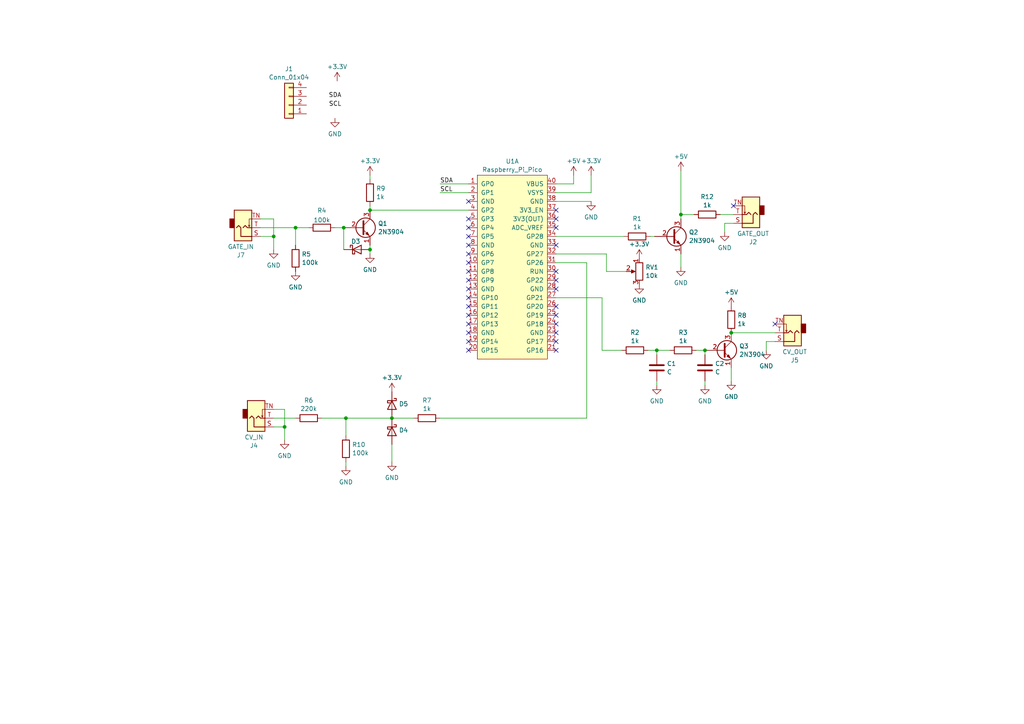
<source format=kicad_sch>
(kicad_sch (version 20230121) (generator eeschema)

  (uuid 5b968a2a-0e8d-4a8b-b10b-6d8c01f8bb22)

  (paper "A4")

  (lib_symbols
    (symbol "Connector_Audio:AudioJack2_SwitchT" (in_bom yes) (on_board yes)
      (property "Reference" "J" (at 0 8.89 0)
        (effects (font (size 1.27 1.27)))
      )
      (property "Value" "AudioJack2_SwitchT" (at 0 6.35 0)
        (effects (font (size 1.27 1.27)))
      )
      (property "Footprint" "" (at 0 0 0)
        (effects (font (size 1.27 1.27)) hide)
      )
      (property "Datasheet" "~" (at 0 0 0)
        (effects (font (size 1.27 1.27)) hide)
      )
      (property "ki_keywords" "audio jack receptacle mono headphones phone TS connector" (at 0 0 0)
        (effects (font (size 1.27 1.27)) hide)
      )
      (property "ki_description" "Audio Jack, 2 Poles (Mono / TS), Switched T Pole (Normalling)" (at 0 0 0)
        (effects (font (size 1.27 1.27)) hide)
      )
      (property "ki_fp_filters" "Jack*" (at 0 0 0)
        (effects (font (size 1.27 1.27)) hide)
      )
      (symbol "AudioJack2_SwitchT_0_1"
        (rectangle (start -2.54 0) (end -3.81 -2.54)
          (stroke (width 0.254) (type default))
          (fill (type outline))
        )
        (polyline
          (pts
            (xy 1.778 -0.254)
            (xy 2.032 -0.762)
          )
          (stroke (width 0) (type default))
          (fill (type none))
        )
        (polyline
          (pts
            (xy 0 0)
            (xy 0.635 -0.635)
            (xy 1.27 0)
            (xy 2.54 0)
          )
          (stroke (width 0.254) (type default))
          (fill (type none))
        )
        (polyline
          (pts
            (xy 2.54 -2.54)
            (xy 1.778 -2.54)
            (xy 1.778 -0.254)
            (xy 1.524 -0.762)
          )
          (stroke (width 0) (type default))
          (fill (type none))
        )
        (polyline
          (pts
            (xy 2.54 2.54)
            (xy -0.635 2.54)
            (xy -0.635 0)
            (xy -1.27 -0.635)
            (xy -1.905 0)
          )
          (stroke (width 0.254) (type default))
          (fill (type none))
        )
        (rectangle (start 2.54 3.81) (end -2.54 -5.08)
          (stroke (width 0.254) (type default))
          (fill (type background))
        )
      )
      (symbol "AudioJack2_SwitchT_1_1"
        (pin passive line (at 5.08 2.54 180) (length 2.54)
          (name "~" (effects (font (size 1.27 1.27))))
          (number "S" (effects (font (size 1.27 1.27))))
        )
        (pin passive line (at 5.08 0 180) (length 2.54)
          (name "~" (effects (font (size 1.27 1.27))))
          (number "T" (effects (font (size 1.27 1.27))))
        )
        (pin passive line (at 5.08 -2.54 180) (length 2.54)
          (name "~" (effects (font (size 1.27 1.27))))
          (number "TN" (effects (font (size 1.27 1.27))))
        )
      )
    )
    (symbol "Connector_Generic:Conn_01x04" (pin_names (offset 1.016) hide) (in_bom yes) (on_board yes)
      (property "Reference" "J" (at 0 5.08 0)
        (effects (font (size 1.27 1.27)))
      )
      (property "Value" "Conn_01x04" (at 0 -7.62 0)
        (effects (font (size 1.27 1.27)))
      )
      (property "Footprint" "" (at 0 0 0)
        (effects (font (size 1.27 1.27)) hide)
      )
      (property "Datasheet" "~" (at 0 0 0)
        (effects (font (size 1.27 1.27)) hide)
      )
      (property "ki_keywords" "connector" (at 0 0 0)
        (effects (font (size 1.27 1.27)) hide)
      )
      (property "ki_description" "Generic connector, single row, 01x04, script generated (kicad-library-utils/schlib/autogen/connector/)" (at 0 0 0)
        (effects (font (size 1.27 1.27)) hide)
      )
      (property "ki_fp_filters" "Connector*:*_1x??_*" (at 0 0 0)
        (effects (font (size 1.27 1.27)) hide)
      )
      (symbol "Conn_01x04_1_1"
        (rectangle (start -1.27 -4.953) (end 0 -5.207)
          (stroke (width 0.1524) (type default))
          (fill (type none))
        )
        (rectangle (start -1.27 -2.413) (end 0 -2.667)
          (stroke (width 0.1524) (type default))
          (fill (type none))
        )
        (rectangle (start -1.27 0.127) (end 0 -0.127)
          (stroke (width 0.1524) (type default))
          (fill (type none))
        )
        (rectangle (start -1.27 2.667) (end 0 2.413)
          (stroke (width 0.1524) (type default))
          (fill (type none))
        )
        (rectangle (start -1.27 3.81) (end 1.27 -6.35)
          (stroke (width 0.254) (type default))
          (fill (type background))
        )
        (pin passive line (at -5.08 2.54 0) (length 3.81)
          (name "Pin_1" (effects (font (size 1.27 1.27))))
          (number "1" (effects (font (size 1.27 1.27))))
        )
        (pin passive line (at -5.08 0 0) (length 3.81)
          (name "Pin_2" (effects (font (size 1.27 1.27))))
          (number "2" (effects (font (size 1.27 1.27))))
        )
        (pin passive line (at -5.08 -2.54 0) (length 3.81)
          (name "Pin_3" (effects (font (size 1.27 1.27))))
          (number "3" (effects (font (size 1.27 1.27))))
        )
        (pin passive line (at -5.08 -5.08 0) (length 3.81)
          (name "Pin_4" (effects (font (size 1.27 1.27))))
          (number "4" (effects (font (size 1.27 1.27))))
        )
      )
    )
    (symbol "DevBoards:Raspberry_Pi_Pico" (pin_names (offset 1.016)) (in_bom yes) (on_board yes)
      (property "Reference" "U" (at -10.16 27.94 0)
        (effects (font (size 1.27 1.27)))
      )
      (property "Value" "Raspberry_Pi_Pico" (at -1.27 -27.94 0)
        (effects (font (size 1.27 1.27)))
      )
      (property "Footprint" "" (at -15.24 19.05 0)
        (effects (font (size 1.27 1.27)) hide)
      )
      (property "Datasheet" "" (at -15.24 19.05 0)
        (effects (font (size 1.27 1.27)) hide)
      )
      (property "ki_locked" "" (at 0 0 0)
        (effects (font (size 1.27 1.27)))
      )
      (symbol "Raspberry_Pi_Pico_1_1"
        (rectangle (start -10.16 26.67) (end 10.16 -26.67)
          (stroke (width 0) (type solid))
          (fill (type background))
        )
        (pin bidirectional line (at -12.7 24.13 0) (length 2.54)
          (name "GP0" (effects (font (size 1.27 1.27))))
          (number "1" (effects (font (size 1.27 1.27))))
        )
        (pin bidirectional line (at -12.7 1.27 0) (length 2.54)
          (name "GP7" (effects (font (size 1.27 1.27))))
          (number "10" (effects (font (size 1.27 1.27))))
        )
        (pin bidirectional line (at -12.7 -1.27 0) (length 2.54)
          (name "GP8" (effects (font (size 1.27 1.27))))
          (number "11" (effects (font (size 1.27 1.27))))
        )
        (pin bidirectional line (at -12.7 -3.81 0) (length 2.54)
          (name "GP9" (effects (font (size 1.27 1.27))))
          (number "12" (effects (font (size 1.27 1.27))))
        )
        (pin bidirectional line (at -12.7 -6.35 0) (length 2.54)
          (name "GND" (effects (font (size 1.27 1.27))))
          (number "13" (effects (font (size 1.27 1.27))))
        )
        (pin bidirectional line (at -12.7 -8.89 0) (length 2.54)
          (name "GP10" (effects (font (size 1.27 1.27))))
          (number "14" (effects (font (size 1.27 1.27))))
        )
        (pin bidirectional line (at -12.7 -11.43 0) (length 2.54)
          (name "GP11" (effects (font (size 1.27 1.27))))
          (number "15" (effects (font (size 1.27 1.27))))
        )
        (pin bidirectional line (at -12.7 -13.97 0) (length 2.54)
          (name "GP12" (effects (font (size 1.27 1.27))))
          (number "16" (effects (font (size 1.27 1.27))))
        )
        (pin bidirectional line (at -12.7 -16.51 0) (length 2.54)
          (name "GP13" (effects (font (size 1.27 1.27))))
          (number "17" (effects (font (size 1.27 1.27))))
        )
        (pin power_in line (at -12.7 -19.05 0) (length 2.54)
          (name "GND" (effects (font (size 1.27 1.27))))
          (number "18" (effects (font (size 1.27 1.27))))
        )
        (pin bidirectional line (at -12.7 -21.59 0) (length 2.54)
          (name "GP14" (effects (font (size 1.27 1.27))))
          (number "19" (effects (font (size 1.27 1.27))))
        )
        (pin bidirectional line (at -12.7 21.59 0) (length 2.54)
          (name "GP1" (effects (font (size 1.27 1.27))))
          (number "2" (effects (font (size 1.27 1.27))))
        )
        (pin bidirectional line (at -12.7 -24.13 0) (length 2.54)
          (name "GP15" (effects (font (size 1.27 1.27))))
          (number "20" (effects (font (size 1.27 1.27))))
        )
        (pin bidirectional line (at 12.7 -24.13 180) (length 2.54)
          (name "GP16" (effects (font (size 1.27 1.27))))
          (number "21" (effects (font (size 1.27 1.27))))
        )
        (pin bidirectional line (at 12.7 -21.59 180) (length 2.54)
          (name "GP17" (effects (font (size 1.27 1.27))))
          (number "22" (effects (font (size 1.27 1.27))))
        )
        (pin power_in line (at 12.7 -19.05 180) (length 2.54)
          (name "GND" (effects (font (size 1.27 1.27))))
          (number "23" (effects (font (size 1.27 1.27))))
        )
        (pin bidirectional line (at 12.7 -16.51 180) (length 2.54)
          (name "GP18" (effects (font (size 1.27 1.27))))
          (number "24" (effects (font (size 1.27 1.27))))
        )
        (pin bidirectional line (at 12.7 -13.97 180) (length 2.54)
          (name "GP19" (effects (font (size 1.27 1.27))))
          (number "25" (effects (font (size 1.27 1.27))))
        )
        (pin bidirectional line (at 12.7 -11.43 180) (length 2.54)
          (name "GP20" (effects (font (size 1.27 1.27))))
          (number "26" (effects (font (size 1.27 1.27))))
        )
        (pin bidirectional line (at 12.7 -8.89 180) (length 2.54)
          (name "GP21" (effects (font (size 1.27 1.27))))
          (number "27" (effects (font (size 1.27 1.27))))
        )
        (pin power_in line (at 12.7 -6.35 180) (length 2.54)
          (name "GND" (effects (font (size 1.27 1.27))))
          (number "28" (effects (font (size 1.27 1.27))))
        )
        (pin bidirectional line (at 12.7 -3.81 180) (length 2.54)
          (name "GP22" (effects (font (size 1.27 1.27))))
          (number "29" (effects (font (size 1.27 1.27))))
        )
        (pin power_in line (at -12.7 19.05 0) (length 2.54)
          (name "GND" (effects (font (size 1.27 1.27))))
          (number "3" (effects (font (size 1.27 1.27))))
        )
        (pin input line (at 12.7 -1.27 180) (length 2.54)
          (name "RUN" (effects (font (size 1.27 1.27))))
          (number "30" (effects (font (size 1.27 1.27))))
        )
        (pin bidirectional line (at 12.7 1.27 180) (length 2.54)
          (name "GP26" (effects (font (size 1.27 1.27))))
          (number "31" (effects (font (size 1.27 1.27))))
        )
        (pin bidirectional line (at 12.7 3.81 180) (length 2.54)
          (name "GP27" (effects (font (size 1.27 1.27))))
          (number "32" (effects (font (size 1.27 1.27))))
        )
        (pin power_in line (at 12.7 6.35 180) (length 2.54)
          (name "GND" (effects (font (size 1.27 1.27))))
          (number "33" (effects (font (size 1.27 1.27))))
        )
        (pin bidirectional line (at 12.7 8.89 180) (length 2.54)
          (name "GP28" (effects (font (size 1.27 1.27))))
          (number "34" (effects (font (size 1.27 1.27))))
        )
        (pin input line (at 12.7 11.43 180) (length 2.54)
          (name "ADC_VREF" (effects (font (size 1.27 1.27))))
          (number "35" (effects (font (size 1.27 1.27))))
        )
        (pin power_out line (at 12.7 13.97 180) (length 2.54)
          (name "3V3(OUT)" (effects (font (size 1.27 1.27))))
          (number "36" (effects (font (size 1.27 1.27))))
        )
        (pin input line (at 12.7 16.51 180) (length 2.54)
          (name "3V3_EN" (effects (font (size 1.27 1.27))))
          (number "37" (effects (font (size 1.27 1.27))))
        )
        (pin power_in line (at 12.7 19.05 180) (length 2.54)
          (name "GND" (effects (font (size 1.27 1.27))))
          (number "38" (effects (font (size 1.27 1.27))))
        )
        (pin power_in line (at 12.7 21.59 180) (length 2.54)
          (name "VSYS" (effects (font (size 1.27 1.27))))
          (number "39" (effects (font (size 1.27 1.27))))
        )
        (pin bidirectional line (at -12.7 16.51 0) (length 2.54)
          (name "GP2" (effects (font (size 1.27 1.27))))
          (number "4" (effects (font (size 1.27 1.27))))
        )
        (pin power_in line (at 12.7 24.13 180) (length 2.54)
          (name "VBUS" (effects (font (size 1.27 1.27))))
          (number "40" (effects (font (size 1.27 1.27))))
        )
        (pin bidirectional line (at -12.7 13.97 0) (length 2.54)
          (name "GP3" (effects (font (size 1.27 1.27))))
          (number "5" (effects (font (size 1.27 1.27))))
        )
        (pin bidirectional line (at -12.7 11.43 0) (length 2.54)
          (name "GP4" (effects (font (size 1.27 1.27))))
          (number "6" (effects (font (size 1.27 1.27))))
        )
        (pin bidirectional line (at -12.7 8.89 0) (length 2.54)
          (name "GP5" (effects (font (size 1.27 1.27))))
          (number "7" (effects (font (size 1.27 1.27))))
        )
        (pin power_in line (at -12.7 6.35 0) (length 2.54)
          (name "GND" (effects (font (size 1.27 1.27))))
          (number "8" (effects (font (size 1.27 1.27))))
        )
        (pin bidirectional line (at -12.7 3.81 0) (length 2.54)
          (name "GP6" (effects (font (size 1.27 1.27))))
          (number "9" (effects (font (size 1.27 1.27))))
        )
      )
      (symbol "Raspberry_Pi_Pico_2_1"
        (rectangle (start 0 5.08) (end -7.62 -5.08)
          (stroke (width 0) (type solid))
          (fill (type background))
        )
        (text "Programming Header" (at 2.54 -8.89 0)
          (effects (font (size 1.27 1.27)))
        )
        (pin input line (at 2.54 2.54 180) (length 2.54)
          (name "CLK" (effects (font (size 1.27 1.27))))
          (number "D1" (effects (font (size 1.27 1.27))))
        )
        (pin power_in line (at 2.54 0 180) (length 2.54)
          (name "GND" (effects (font (size 1.27 1.27))))
          (number "D2" (effects (font (size 1.27 1.27))))
        )
        (pin input line (at 2.54 -2.54 180) (length 2.54)
          (name "DIO" (effects (font (size 1.27 1.27))))
          (number "D3" (effects (font (size 1.27 1.27))))
        )
      )
      (symbol "Raspberry_Pi_Pico_3_1"
        (rectangle (start 0 -8.89) (end -11.43 8.89)
          (stroke (width 0) (type solid))
          (fill (type background))
        )
        (text "Test Points" (at -6.35 -11.43 0)
          (effects (font (size 1.27 1.27)))
        )
        (pin power_in line (at 3.81 6.35 180) (length 3.81)
          (name "GND" (effects (font (size 1.27 1.27))))
          (number "TP1" (effects (font (size 1.27 1.27))))
        )
        (pin bidirectional line (at 3.81 3.81 180) (length 3.81)
          (name "USB_DM" (effects (font (size 1.27 1.27))))
          (number "TP2" (effects (font (size 1.27 1.27))))
        )
        (pin bidirectional line (at 3.81 1.27 180) (length 3.81)
          (name "USB_DP" (effects (font (size 1.27 1.27))))
          (number "TP3" (effects (font (size 1.27 1.27))))
        )
        (pin unspecified line (at 3.81 -1.27 180) (length 3.81)
          (name "SMPS_PS" (effects (font (size 1.27 1.27))))
          (number "TP4" (effects (font (size 1.27 1.27))))
        )
        (pin output line (at 3.81 -3.81 180) (length 3.81)
          (name "LED" (effects (font (size 1.27 1.27))))
          (number "TP5" (effects (font (size 1.27 1.27))))
        )
        (pin input line (at 3.81 -6.35 180) (length 3.81)
          (name "BOOTSEL" (effects (font (size 1.27 1.27))))
          (number "TP6" (effects (font (size 1.27 1.27))))
        )
      )
    )
    (symbol "Device:C" (pin_numbers hide) (pin_names (offset 0.254)) (in_bom yes) (on_board yes)
      (property "Reference" "C" (at 0.635 2.54 0)
        (effects (font (size 1.27 1.27)) (justify left))
      )
      (property "Value" "C" (at 0.635 -2.54 0)
        (effects (font (size 1.27 1.27)) (justify left))
      )
      (property "Footprint" "" (at 0.9652 -3.81 0)
        (effects (font (size 1.27 1.27)) hide)
      )
      (property "Datasheet" "~" (at 0 0 0)
        (effects (font (size 1.27 1.27)) hide)
      )
      (property "ki_keywords" "cap capacitor" (at 0 0 0)
        (effects (font (size 1.27 1.27)) hide)
      )
      (property "ki_description" "Unpolarized capacitor" (at 0 0 0)
        (effects (font (size 1.27 1.27)) hide)
      )
      (property "ki_fp_filters" "C_*" (at 0 0 0)
        (effects (font (size 1.27 1.27)) hide)
      )
      (symbol "C_0_1"
        (polyline
          (pts
            (xy -2.032 -0.762)
            (xy 2.032 -0.762)
          )
          (stroke (width 0.508) (type default))
          (fill (type none))
        )
        (polyline
          (pts
            (xy -2.032 0.762)
            (xy 2.032 0.762)
          )
          (stroke (width 0.508) (type default))
          (fill (type none))
        )
      )
      (symbol "C_1_1"
        (pin passive line (at 0 3.81 270) (length 2.794)
          (name "~" (effects (font (size 1.27 1.27))))
          (number "1" (effects (font (size 1.27 1.27))))
        )
        (pin passive line (at 0 -3.81 90) (length 2.794)
          (name "~" (effects (font (size 1.27 1.27))))
          (number "2" (effects (font (size 1.27 1.27))))
        )
      )
    )
    (symbol "Device:D_Schottky" (pin_numbers hide) (pin_names (offset 1.016) hide) (in_bom yes) (on_board yes)
      (property "Reference" "D" (at 0 2.54 0)
        (effects (font (size 1.27 1.27)))
      )
      (property "Value" "D_Schottky" (at 0 -2.54 0)
        (effects (font (size 1.27 1.27)))
      )
      (property "Footprint" "" (at 0 0 0)
        (effects (font (size 1.27 1.27)) hide)
      )
      (property "Datasheet" "~" (at 0 0 0)
        (effects (font (size 1.27 1.27)) hide)
      )
      (property "ki_keywords" "diode Schottky" (at 0 0 0)
        (effects (font (size 1.27 1.27)) hide)
      )
      (property "ki_description" "Schottky diode" (at 0 0 0)
        (effects (font (size 1.27 1.27)) hide)
      )
      (property "ki_fp_filters" "TO-???* *_Diode_* *SingleDiode* D_*" (at 0 0 0)
        (effects (font (size 1.27 1.27)) hide)
      )
      (symbol "D_Schottky_0_1"
        (polyline
          (pts
            (xy 1.27 0)
            (xy -1.27 0)
          )
          (stroke (width 0) (type default))
          (fill (type none))
        )
        (polyline
          (pts
            (xy 1.27 1.27)
            (xy 1.27 -1.27)
            (xy -1.27 0)
            (xy 1.27 1.27)
          )
          (stroke (width 0.254) (type default))
          (fill (type none))
        )
        (polyline
          (pts
            (xy -1.905 0.635)
            (xy -1.905 1.27)
            (xy -1.27 1.27)
            (xy -1.27 -1.27)
            (xy -0.635 -1.27)
            (xy -0.635 -0.635)
          )
          (stroke (width 0.254) (type default))
          (fill (type none))
        )
      )
      (symbol "D_Schottky_1_1"
        (pin passive line (at -3.81 0 0) (length 2.54)
          (name "K" (effects (font (size 1.27 1.27))))
          (number "1" (effects (font (size 1.27 1.27))))
        )
        (pin passive line (at 3.81 0 180) (length 2.54)
          (name "A" (effects (font (size 1.27 1.27))))
          (number "2" (effects (font (size 1.27 1.27))))
        )
      )
    )
    (symbol "Device:R" (pin_numbers hide) (pin_names (offset 0)) (in_bom yes) (on_board yes)
      (property "Reference" "R" (at 2.032 0 90)
        (effects (font (size 1.27 1.27)))
      )
      (property "Value" "R" (at 0 0 90)
        (effects (font (size 1.27 1.27)))
      )
      (property "Footprint" "" (at -1.778 0 90)
        (effects (font (size 1.27 1.27)) hide)
      )
      (property "Datasheet" "~" (at 0 0 0)
        (effects (font (size 1.27 1.27)) hide)
      )
      (property "ki_keywords" "R res resistor" (at 0 0 0)
        (effects (font (size 1.27 1.27)) hide)
      )
      (property "ki_description" "Resistor" (at 0 0 0)
        (effects (font (size 1.27 1.27)) hide)
      )
      (property "ki_fp_filters" "R_*" (at 0 0 0)
        (effects (font (size 1.27 1.27)) hide)
      )
      (symbol "R_0_1"
        (rectangle (start -1.016 -2.54) (end 1.016 2.54)
          (stroke (width 0.254) (type default))
          (fill (type none))
        )
      )
      (symbol "R_1_1"
        (pin passive line (at 0 3.81 270) (length 1.27)
          (name "~" (effects (font (size 1.27 1.27))))
          (number "1" (effects (font (size 1.27 1.27))))
        )
        (pin passive line (at 0 -3.81 90) (length 1.27)
          (name "~" (effects (font (size 1.27 1.27))))
          (number "2" (effects (font (size 1.27 1.27))))
        )
      )
    )
    (symbol "Device:R_Potentiometer" (pin_names (offset 1.016) hide) (in_bom yes) (on_board yes)
      (property "Reference" "RV" (at -4.445 0 90)
        (effects (font (size 1.27 1.27)))
      )
      (property "Value" "R_Potentiometer" (at -2.54 0 90)
        (effects (font (size 1.27 1.27)))
      )
      (property "Footprint" "" (at 0 0 0)
        (effects (font (size 1.27 1.27)) hide)
      )
      (property "Datasheet" "~" (at 0 0 0)
        (effects (font (size 1.27 1.27)) hide)
      )
      (property "ki_keywords" "resistor variable" (at 0 0 0)
        (effects (font (size 1.27 1.27)) hide)
      )
      (property "ki_description" "Potentiometer" (at 0 0 0)
        (effects (font (size 1.27 1.27)) hide)
      )
      (property "ki_fp_filters" "Potentiometer*" (at 0 0 0)
        (effects (font (size 1.27 1.27)) hide)
      )
      (symbol "R_Potentiometer_0_1"
        (polyline
          (pts
            (xy 2.54 0)
            (xy 1.524 0)
          )
          (stroke (width 0) (type default))
          (fill (type none))
        )
        (polyline
          (pts
            (xy 1.143 0)
            (xy 2.286 0.508)
            (xy 2.286 -0.508)
            (xy 1.143 0)
          )
          (stroke (width 0) (type default))
          (fill (type outline))
        )
        (rectangle (start 1.016 2.54) (end -1.016 -2.54)
          (stroke (width 0.254) (type default))
          (fill (type none))
        )
      )
      (symbol "R_Potentiometer_1_1"
        (pin passive line (at 0 3.81 270) (length 1.27)
          (name "1" (effects (font (size 1.27 1.27))))
          (number "1" (effects (font (size 1.27 1.27))))
        )
        (pin passive line (at 3.81 0 180) (length 1.27)
          (name "2" (effects (font (size 1.27 1.27))))
          (number "2" (effects (font (size 1.27 1.27))))
        )
        (pin passive line (at 0 -3.81 90) (length 1.27)
          (name "3" (effects (font (size 1.27 1.27))))
          (number "3" (effects (font (size 1.27 1.27))))
        )
      )
    )
    (symbol "Transistor_BJT:2N3904" (pin_names (offset 0) hide) (in_bom yes) (on_board yes)
      (property "Reference" "Q" (at 5.08 1.905 0)
        (effects (font (size 1.27 1.27)) (justify left))
      )
      (property "Value" "2N3904" (at 5.08 0 0)
        (effects (font (size 1.27 1.27)) (justify left))
      )
      (property "Footprint" "Package_TO_SOT_THT:TO-92_Inline" (at 5.08 -1.905 0)
        (effects (font (size 1.27 1.27) italic) (justify left) hide)
      )
      (property "Datasheet" "https://www.onsemi.com/pub/Collateral/2N3903-D.PDF" (at 0 0 0)
        (effects (font (size 1.27 1.27)) (justify left) hide)
      )
      (property "ki_keywords" "NPN Transistor" (at 0 0 0)
        (effects (font (size 1.27 1.27)) hide)
      )
      (property "ki_description" "0.2A Ic, 40V Vce, Small Signal NPN Transistor, TO-92" (at 0 0 0)
        (effects (font (size 1.27 1.27)) hide)
      )
      (property "ki_fp_filters" "TO?92*" (at 0 0 0)
        (effects (font (size 1.27 1.27)) hide)
      )
      (symbol "2N3904_0_1"
        (polyline
          (pts
            (xy 0.635 0.635)
            (xy 2.54 2.54)
          )
          (stroke (width 0) (type default))
          (fill (type none))
        )
        (polyline
          (pts
            (xy 0.635 -0.635)
            (xy 2.54 -2.54)
            (xy 2.54 -2.54)
          )
          (stroke (width 0) (type default))
          (fill (type none))
        )
        (polyline
          (pts
            (xy 0.635 1.905)
            (xy 0.635 -1.905)
            (xy 0.635 -1.905)
          )
          (stroke (width 0.508) (type default))
          (fill (type none))
        )
        (polyline
          (pts
            (xy 1.27 -1.778)
            (xy 1.778 -1.27)
            (xy 2.286 -2.286)
            (xy 1.27 -1.778)
            (xy 1.27 -1.778)
          )
          (stroke (width 0) (type default))
          (fill (type outline))
        )
        (circle (center 1.27 0) (radius 2.8194)
          (stroke (width 0.254) (type default))
          (fill (type none))
        )
      )
      (symbol "2N3904_1_1"
        (pin passive line (at 2.54 -5.08 90) (length 2.54)
          (name "E" (effects (font (size 1.27 1.27))))
          (number "1" (effects (font (size 1.27 1.27))))
        )
        (pin passive line (at -5.08 0 0) (length 5.715)
          (name "B" (effects (font (size 1.27 1.27))))
          (number "2" (effects (font (size 1.27 1.27))))
        )
        (pin passive line (at 2.54 5.08 270) (length 2.54)
          (name "C" (effects (font (size 1.27 1.27))))
          (number "3" (effects (font (size 1.27 1.27))))
        )
      )
    )
    (symbol "power:+3.3V" (power) (pin_names (offset 0)) (in_bom yes) (on_board yes)
      (property "Reference" "#PWR" (at 0 -3.81 0)
        (effects (font (size 1.27 1.27)) hide)
      )
      (property "Value" "+3.3V" (at 0 3.556 0)
        (effects (font (size 1.27 1.27)))
      )
      (property "Footprint" "" (at 0 0 0)
        (effects (font (size 1.27 1.27)) hide)
      )
      (property "Datasheet" "" (at 0 0 0)
        (effects (font (size 1.27 1.27)) hide)
      )
      (property "ki_keywords" "global power" (at 0 0 0)
        (effects (font (size 1.27 1.27)) hide)
      )
      (property "ki_description" "Power symbol creates a global label with name \"+3.3V\"" (at 0 0 0)
        (effects (font (size 1.27 1.27)) hide)
      )
      (symbol "+3.3V_0_1"
        (polyline
          (pts
            (xy -0.762 1.27)
            (xy 0 2.54)
          )
          (stroke (width 0) (type default))
          (fill (type none))
        )
        (polyline
          (pts
            (xy 0 0)
            (xy 0 2.54)
          )
          (stroke (width 0) (type default))
          (fill (type none))
        )
        (polyline
          (pts
            (xy 0 2.54)
            (xy 0.762 1.27)
          )
          (stroke (width 0) (type default))
          (fill (type none))
        )
      )
      (symbol "+3.3V_1_1"
        (pin power_in line (at 0 0 90) (length 0) hide
          (name "+3.3V" (effects (font (size 1.27 1.27))))
          (number "1" (effects (font (size 1.27 1.27))))
        )
      )
    )
    (symbol "power:+5V" (power) (pin_names (offset 0)) (in_bom yes) (on_board yes)
      (property "Reference" "#PWR" (at 0 -3.81 0)
        (effects (font (size 1.27 1.27)) hide)
      )
      (property "Value" "+5V" (at 0 3.556 0)
        (effects (font (size 1.27 1.27)))
      )
      (property "Footprint" "" (at 0 0 0)
        (effects (font (size 1.27 1.27)) hide)
      )
      (property "Datasheet" "" (at 0 0 0)
        (effects (font (size 1.27 1.27)) hide)
      )
      (property "ki_keywords" "global power" (at 0 0 0)
        (effects (font (size 1.27 1.27)) hide)
      )
      (property "ki_description" "Power symbol creates a global label with name \"+5V\"" (at 0 0 0)
        (effects (font (size 1.27 1.27)) hide)
      )
      (symbol "+5V_0_1"
        (polyline
          (pts
            (xy -0.762 1.27)
            (xy 0 2.54)
          )
          (stroke (width 0) (type default))
          (fill (type none))
        )
        (polyline
          (pts
            (xy 0 0)
            (xy 0 2.54)
          )
          (stroke (width 0) (type default))
          (fill (type none))
        )
        (polyline
          (pts
            (xy 0 2.54)
            (xy 0.762 1.27)
          )
          (stroke (width 0) (type default))
          (fill (type none))
        )
      )
      (symbol "+5V_1_1"
        (pin power_in line (at 0 0 90) (length 0) hide
          (name "+5V" (effects (font (size 1.27 1.27))))
          (number "1" (effects (font (size 1.27 1.27))))
        )
      )
    )
    (symbol "power:GND" (power) (pin_names (offset 0)) (in_bom yes) (on_board yes)
      (property "Reference" "#PWR" (at 0 -6.35 0)
        (effects (font (size 1.27 1.27)) hide)
      )
      (property "Value" "GND" (at 0 -3.81 0)
        (effects (font (size 1.27 1.27)))
      )
      (property "Footprint" "" (at 0 0 0)
        (effects (font (size 1.27 1.27)) hide)
      )
      (property "Datasheet" "" (at 0 0 0)
        (effects (font (size 1.27 1.27)) hide)
      )
      (property "ki_keywords" "power-flag" (at 0 0 0)
        (effects (font (size 1.27 1.27)) hide)
      )
      (property "ki_description" "Power symbol creates a global label with name \"GND\" , ground" (at 0 0 0)
        (effects (font (size 1.27 1.27)) hide)
      )
      (symbol "GND_0_1"
        (polyline
          (pts
            (xy 0 0)
            (xy 0 -1.27)
            (xy 1.27 -1.27)
            (xy 0 -2.54)
            (xy -1.27 -1.27)
            (xy 0 -1.27)
          )
          (stroke (width 0) (type default))
          (fill (type none))
        )
      )
      (symbol "GND_1_1"
        (pin power_in line (at 0 0 270) (length 0) hide
          (name "GND" (effects (font (size 1.27 1.27))))
          (number "1" (effects (font (size 1.27 1.27))))
        )
      )
    )
  )

  (junction (at 107.315 60.96) (diameter 0) (color 0 0 0 0)
    (uuid 0de3d1f7-bae6-49a2-84e1-86a444f570b1)
  )
  (junction (at 197.485 62.23) (diameter 0) (color 0 0 0 0)
    (uuid 55a49fa0-2387-4ec8-92f0-8d97a98b03ab)
  )
  (junction (at 107.315 72.39) (diameter 0) (color 0 0 0 0)
    (uuid 6f22690a-c0e4-4f7f-a573-0f327bd84d39)
  )
  (junction (at 99.695 66.04) (diameter 0) (color 0 0 0 0)
    (uuid 7892bda8-6a7e-44bb-b943-6cfabe9b9615)
  )
  (junction (at 204.47 101.6) (diameter 0) (color 0 0 0 0)
    (uuid 83eee47a-b64d-4331-bdf5-b9de601ebe27)
  )
  (junction (at 85.725 66.04) (diameter 0) (color 0 0 0 0)
    (uuid a54227ff-5204-4386-909d-a463b854bd1a)
  )
  (junction (at 100.33 121.285) (diameter 0) (color 0 0 0 0)
    (uuid ad6c3800-7e27-4c81-a516-9021f8f2da99)
  )
  (junction (at 79.375 68.58) (diameter 0) (color 0 0 0 0)
    (uuid b3ecca33-4c72-462e-8efd-19a8ef7f242f)
  )
  (junction (at 82.55 123.825) (diameter 0) (color 0 0 0 0)
    (uuid ca25231c-0059-4fd7-99e5-6d0ef3b2f036)
  )
  (junction (at 212.09 96.52) (diameter 0) (color 0 0 0 0)
    (uuid d15c656e-93ac-4efc-90d8-1761b5484e81)
  )
  (junction (at 113.665 121.285) (diameter 0) (color 0 0 0 0)
    (uuid df0b635c-5be8-420a-bd6f-2479331e141a)
  )
  (junction (at 190.5 101.6) (diameter 0) (color 0 0 0 0)
    (uuid e46a04de-ceaf-4828-abf5-ff50f0a0a629)
  )

  (no_connect (at 161.29 101.6) (uuid 0885ead8-d83a-40ce-88a3-e3dd39fec94b))
  (no_connect (at 135.89 73.66) (uuid 0d8c74d5-ce00-45c1-b30c-db6edc81ca39))
  (no_connect (at 161.29 78.74) (uuid 13418cb6-20f7-407d-a8cd-cbb763a2158e))
  (no_connect (at 161.29 60.96) (uuid 17555f10-7607-4e3f-9bc3-58db03f7a300))
  (no_connect (at 135.89 76.2) (uuid 1b1e8cfc-6436-471d-96fe-18dbde8532d4))
  (no_connect (at 161.29 63.5) (uuid 208e85a9-16aa-4e73-a084-3cfc80e03cfa))
  (no_connect (at 161.29 99.06) (uuid 22c701f8-72be-4c81-aaf5-b7f4337c4833))
  (no_connect (at 161.29 96.52) (uuid 26d362e7-262d-48c1-835b-bc0f3185d91b))
  (no_connect (at 161.29 66.04) (uuid 2d8afaa4-93d2-4a1d-9b24-3cd566a89b7a))
  (no_connect (at 135.89 101.6) (uuid 3ad4fa59-5295-4ff6-8a40-01510f88849f))
  (no_connect (at 135.89 99.06) (uuid 41e7067d-dd4f-42fd-a047-e9acf916c5e0))
  (no_connect (at 135.89 91.44) (uuid 447fd847-d1a5-43fd-adeb-e15b9186c773))
  (no_connect (at 135.89 88.9) (uuid 4bd0f777-1ea7-4b0d-8b50-15ddcf7ca946))
  (no_connect (at 135.89 96.52) (uuid 4cb9cb2c-189b-46b3-9240-90518abffc3d))
  (no_connect (at 135.89 63.5) (uuid 58611d93-eafd-4366-99f1-9509937ad171))
  (no_connect (at 135.89 93.98) (uuid 643b6122-a313-4411-92d8-d16be0e9a871))
  (no_connect (at 224.79 93.98) (uuid 72675bdd-d3d0-44a5-b13d-4020938b586b))
  (no_connect (at 135.89 66.04) (uuid 87f41683-bc36-4a68-925e-fd0695c36d55))
  (no_connect (at 161.29 88.9) (uuid 9c9c33c3-527b-4b9b-9d2c-216f800ea487))
  (no_connect (at 161.29 93.98) (uuid a572e7b7-f225-4695-8588-0cdf80c38f94))
  (no_connect (at 161.29 71.12) (uuid acd8d4a0-66a6-41e4-925e-e93f57f57529))
  (no_connect (at 161.29 91.44) (uuid b1531d28-ae6f-4db2-9c5b-074f3fe51980))
  (no_connect (at 135.89 86.36) (uuid b3f98fec-557d-4f1d-bbef-fb29d1db83a5))
  (no_connect (at 161.29 83.82) (uuid bbe2947d-1764-43a1-b378-344f3a720aaf))
  (no_connect (at 135.89 71.12) (uuid c338ff53-a7d5-427e-af7d-c65fb25e15e5))
  (no_connect (at 161.29 81.28) (uuid c9945bab-294e-441e-9252-4dab14259b70))
  (no_connect (at 135.89 68.58) (uuid dfcee9cf-5a1c-4209-a895-e06a2cc8a597))
  (no_connect (at 135.89 78.74) (uuid e05640af-a109-4154-a491-93e78293e4c4))
  (no_connect (at 135.89 58.42) (uuid e4766f33-6f71-4eb5-bd87-9bc58644e85a))
  (no_connect (at 212.725 59.69) (uuid e996290c-6249-4516-885e-0de72f45a254))
  (no_connect (at 135.89 83.82) (uuid ea6173c4-bb84-433a-848e-862575ff81e8))
  (no_connect (at 135.89 81.28) (uuid f300bd99-d316-447e-8e67-bdc698d90652))

  (wire (pts (xy 161.29 58.42) (xy 171.45 58.42))
    (stroke (width 0) (type default))
    (uuid 03e86947-3ac1-461e-9938-7167876c297d)
  )
  (wire (pts (xy 222.25 99.06) (xy 222.25 101.6))
    (stroke (width 0) (type default))
    (uuid 08ebcabc-c82a-4cca-94fe-3bcc9162126a)
  )
  (wire (pts (xy 85.725 66.04) (xy 75.565 66.04))
    (stroke (width 0) (type default))
    (uuid 0da1f81f-6ec5-454f-a5a9-c8b342875624)
  )
  (wire (pts (xy 166.37 53.34) (xy 161.29 53.34))
    (stroke (width 0) (type default))
    (uuid 0ea76abd-f930-451b-85d0-9879f401b269)
  )
  (wire (pts (xy 85.725 66.04) (xy 89.535 66.04))
    (stroke (width 0) (type default))
    (uuid 1190c92c-89cc-462c-88a0-9a32dbd2c379)
  )
  (wire (pts (xy 107.315 72.39) (xy 107.315 73.66))
    (stroke (width 0) (type default))
    (uuid 126b7aa1-1575-45f4-89a6-c05689c89793)
  )
  (wire (pts (xy 100.33 121.285) (xy 113.665 121.285))
    (stroke (width 0) (type default))
    (uuid 1984c245-130e-4823-8727-bd837935ea47)
  )
  (wire (pts (xy 79.375 118.745) (xy 82.55 118.745))
    (stroke (width 0) (type default))
    (uuid 19a18b71-e0ac-4d51-83a9-fa5b027e9ceb)
  )
  (wire (pts (xy 187.96 101.6) (xy 190.5 101.6))
    (stroke (width 0) (type default))
    (uuid 202727ab-4d91-4dd9-8c5c-dd749a15e511)
  )
  (wire (pts (xy 188.595 68.58) (xy 189.865 68.58))
    (stroke (width 0) (type default))
    (uuid 240bf7d2-9ce1-40ce-998a-dc229e91e9f1)
  )
  (wire (pts (xy 212.09 96.52) (xy 224.79 96.52))
    (stroke (width 0) (type default))
    (uuid 26fa068e-6287-43e9-b8f4-9c2e0a52bcf2)
  )
  (wire (pts (xy 174.625 86.36) (xy 161.29 86.36))
    (stroke (width 0) (type default))
    (uuid 2c5e1854-a708-42a2-af64-7f16fc242507)
  )
  (wire (pts (xy 79.375 121.285) (xy 85.725 121.285))
    (stroke (width 0) (type default))
    (uuid 31eba97c-5742-4f05-8413-88adeb699fb2)
  )
  (wire (pts (xy 190.5 101.6) (xy 194.31 101.6))
    (stroke (width 0) (type default))
    (uuid 3311d7d5-137f-4d97-b6de-278c005fef5b)
  )
  (wire (pts (xy 175.895 78.74) (xy 181.61 78.74))
    (stroke (width 0) (type default))
    (uuid 37755832-2420-4150-b012-c7a27f743c1b)
  )
  (wire (pts (xy 107.315 59.69) (xy 107.315 60.96))
    (stroke (width 0) (type default))
    (uuid 39033fb3-8306-49e1-9f52-0f628e845b91)
  )
  (wire (pts (xy 107.315 50.8) (xy 107.315 52.07))
    (stroke (width 0) (type default))
    (uuid 3e71cec4-dcf7-4df9-aaf6-f903129420e0)
  )
  (wire (pts (xy 97.155 66.04) (xy 99.695 66.04))
    (stroke (width 0) (type default))
    (uuid 4577920f-55bc-44c7-be68-ae6125dfd1f0)
  )
  (wire (pts (xy 79.375 123.825) (xy 82.55 123.825))
    (stroke (width 0) (type default))
    (uuid 4a285ef5-0710-487a-bb02-31f737e247b0)
  )
  (wire (pts (xy 171.45 55.88) (xy 171.45 50.8))
    (stroke (width 0) (type default))
    (uuid 4d3c0ab6-8438-4377-8017-35f22130c753)
  )
  (wire (pts (xy 212.09 106.68) (xy 212.09 110.49))
    (stroke (width 0) (type default))
    (uuid 5b3f3f4d-e4e9-4348-ab51-104e449db514)
  )
  (wire (pts (xy 100.33 121.285) (xy 100.33 126.365))
    (stroke (width 0) (type default))
    (uuid 6209ec5c-48e4-46d5-918a-12703c45a3e2)
  )
  (wire (pts (xy 113.665 128.905) (xy 113.665 133.985))
    (stroke (width 0) (type default))
    (uuid 656b1206-10c7-4c10-a51d-8f0b658d5e37)
  )
  (wire (pts (xy 93.345 121.285) (xy 100.33 121.285))
    (stroke (width 0) (type default))
    (uuid 6d25df6a-b5c7-4836-b1ff-06983c7f879f)
  )
  (wire (pts (xy 79.375 68.58) (xy 79.375 72.39))
    (stroke (width 0) (type default))
    (uuid 72f7f7f8-4f68-452d-a2e4-7a839912eec5)
  )
  (wire (pts (xy 99.695 66.04) (xy 99.695 72.39))
    (stroke (width 0) (type default))
    (uuid 7b9fd9c4-5191-4c83-a00e-a905aec445e9)
  )
  (wire (pts (xy 161.29 73.66) (xy 175.895 73.66))
    (stroke (width 0) (type default))
    (uuid 8b1b033c-ac12-4674-a185-553fe28efd68)
  )
  (wire (pts (xy 197.485 62.23) (xy 197.485 63.5))
    (stroke (width 0) (type default))
    (uuid 8b1fef7e-d45a-498d-9d34-77310aa867c0)
  )
  (wire (pts (xy 180.34 101.6) (xy 174.625 101.6))
    (stroke (width 0) (type default))
    (uuid 8fcaa71f-7dca-451b-afd0-f52657f91d61)
  )
  (wire (pts (xy 161.29 68.58) (xy 180.975 68.58))
    (stroke (width 0) (type default))
    (uuid 901bdc3d-feab-4647-9347-fa2349ef603b)
  )
  (wire (pts (xy 107.315 60.96) (xy 135.89 60.96))
    (stroke (width 0) (type default))
    (uuid 916089ec-515c-4016-81c6-407cccd71d44)
  )
  (wire (pts (xy 85.725 66.04) (xy 85.725 71.12))
    (stroke (width 0) (type default))
    (uuid 922483bf-0351-4069-aa5b-b0665b3099f2)
  )
  (wire (pts (xy 127.635 53.34) (xy 135.89 53.34))
    (stroke (width 0) (type default))
    (uuid 9aa1d111-e5c5-4b15-917d-47b092328c63)
  )
  (wire (pts (xy 197.485 73.66) (xy 197.485 77.47))
    (stroke (width 0) (type default))
    (uuid 9abc25ad-026c-4b95-8954-3aceb9c8acf3)
  )
  (wire (pts (xy 170.18 121.285) (xy 127.635 121.285))
    (stroke (width 0) (type default))
    (uuid 9b916ab9-1ee2-4a13-8c7f-f102dd1cda82)
  )
  (wire (pts (xy 100.33 133.985) (xy 100.33 135.255))
    (stroke (width 0) (type default))
    (uuid 9d306d16-e931-41ee-8870-6f0546af41b4)
  )
  (wire (pts (xy 197.485 62.23) (xy 201.295 62.23))
    (stroke (width 0) (type default))
    (uuid a217d315-c8c3-46b7-9783-2c4e1b36997d)
  )
  (wire (pts (xy 204.47 101.6) (xy 204.47 102.87))
    (stroke (width 0) (type default))
    (uuid a30feb9a-95f0-4a45-ada9-6f847b209a04)
  )
  (wire (pts (xy 82.55 123.825) (xy 82.55 127.635))
    (stroke (width 0) (type default))
    (uuid a4ef8277-1340-47e9-a1f2-f32f4165daea)
  )
  (wire (pts (xy 107.315 71.12) (xy 107.315 72.39))
    (stroke (width 0) (type default))
    (uuid a685f1ac-3e0c-4d09-b081-6defce498378)
  )
  (wire (pts (xy 170.18 76.2) (xy 170.18 121.285))
    (stroke (width 0) (type default))
    (uuid a93bfdcf-148d-4fff-96ec-c88cf2382eff)
  )
  (wire (pts (xy 212.725 64.77) (xy 210.185 64.77))
    (stroke (width 0) (type default))
    (uuid acddb736-c6c8-41a4-bb8e-bd63afc32af1)
  )
  (wire (pts (xy 175.895 78.74) (xy 175.895 73.66))
    (stroke (width 0) (type default))
    (uuid b8c0276b-1315-4d62-9d67-7d0210f5809b)
  )
  (wire (pts (xy 224.79 99.06) (xy 222.25 99.06))
    (stroke (width 0) (type default))
    (uuid c13618fd-cfda-4645-99d5-18fe71e9d053)
  )
  (wire (pts (xy 161.29 76.2) (xy 170.18 76.2))
    (stroke (width 0) (type default))
    (uuid c15178e2-d5a5-468a-8c60-d67db517575c)
  )
  (wire (pts (xy 208.915 62.23) (xy 212.725 62.23))
    (stroke (width 0) (type default))
    (uuid c39e2a5f-1008-47ee-92e6-04eddddbc58b)
  )
  (wire (pts (xy 210.185 64.77) (xy 210.185 67.31))
    (stroke (width 0) (type default))
    (uuid c3a6b824-aa91-456d-8357-42579c19598e)
  )
  (wire (pts (xy 201.93 101.6) (xy 204.47 101.6))
    (stroke (width 0) (type default))
    (uuid c6e92cb7-bb80-4f63-be6f-00b26c2f3dc3)
  )
  (wire (pts (xy 174.625 101.6) (xy 174.625 86.36))
    (stroke (width 0) (type default))
    (uuid c729a01d-78dd-4677-94a8-4e76ddd346d6)
  )
  (wire (pts (xy 190.5 101.6) (xy 190.5 102.87))
    (stroke (width 0) (type default))
    (uuid c8e186f5-04e5-455e-bfb0-9bd1bd83b889)
  )
  (wire (pts (xy 82.55 118.745) (xy 82.55 123.825))
    (stroke (width 0) (type default))
    (uuid cf238216-d132-4b64-a483-a88177f30c45)
  )
  (wire (pts (xy 127.635 55.88) (xy 135.89 55.88))
    (stroke (width 0) (type default))
    (uuid d156db4c-6b29-45f8-a911-5f60d30d7bac)
  )
  (wire (pts (xy 79.375 63.5) (xy 79.375 68.58))
    (stroke (width 0) (type default))
    (uuid d37eaee1-a07b-435f-a496-ae9e7a297724)
  )
  (wire (pts (xy 190.5 110.49) (xy 190.5 111.76))
    (stroke (width 0) (type default))
    (uuid d7ec19e0-63b8-45f3-a361-c8e7e0f740e5)
  )
  (wire (pts (xy 204.47 110.49) (xy 204.47 111.76))
    (stroke (width 0) (type default))
    (uuid dc16ca8b-b3f9-4945-84cd-c8288642171a)
  )
  (wire (pts (xy 161.29 55.88) (xy 171.45 55.88))
    (stroke (width 0) (type default))
    (uuid e125f15a-33ed-4b9e-af77-e9441cdfc796)
  )
  (wire (pts (xy 113.665 121.285) (xy 120.015 121.285))
    (stroke (width 0) (type default))
    (uuid e4a01b0d-77eb-415c-98a1-e3b046ce620c)
  )
  (wire (pts (xy 75.565 68.58) (xy 79.375 68.58))
    (stroke (width 0) (type default))
    (uuid e8ea493b-adea-431d-a21a-cd9303428c91)
  )
  (wire (pts (xy 75.565 63.5) (xy 79.375 63.5))
    (stroke (width 0) (type default))
    (uuid e961bafd-5d76-40bd-bd7f-e8165a10c656)
  )
  (wire (pts (xy 166.37 50.8) (xy 166.37 53.34))
    (stroke (width 0) (type default))
    (uuid f81a1136-a709-4de5-982d-776d58f7de2c)
  )
  (wire (pts (xy 197.485 49.53) (xy 197.485 62.23))
    (stroke (width 0) (type default))
    (uuid fb9a1405-9c33-4dda-b34a-7f316ca0bdac)
  )

  (label "SDA" (at 99.06 28.575 180) (fields_autoplaced)
    (effects (font (size 1.27 1.27)) (justify right bottom))
    (uuid 22029158-aa67-4869-a93a-74f900c8d3d8)
  )
  (label "SCL" (at 99.06 31.115 180) (fields_autoplaced)
    (effects (font (size 1.27 1.27)) (justify right bottom))
    (uuid 2f35188c-12e3-4cb6-a702-3f05ed849e5a)
  )
  (label "SDA" (at 127.635 53.34 0) (fields_autoplaced)
    (effects (font (size 1.27 1.27)) (justify left bottom))
    (uuid 334fb48f-549a-4c7a-9722-93111be2aa3c)
  )
  (label "SCL" (at 127.635 55.88 0) (fields_autoplaced)
    (effects (font (size 1.27 1.27)) (justify left bottom))
    (uuid dd6db772-764a-4898-9ea7-b54b89d2fbd7)
  )

  (symbol (lib_id "Device:R") (at 85.725 74.93 180) (unit 1)
    (in_bom yes) (on_board yes) (dnp no) (fields_autoplaced)
    (uuid 0390eb6f-3e4e-476f-b359-8b23334e564a)
    (property "Reference" "R5" (at 87.503 73.7179 0)
      (effects (font (size 1.27 1.27)) (justify right))
    )
    (property "Value" "100k" (at 87.503 76.1421 0)
      (effects (font (size 1.27 1.27)) (justify right))
    )
    (property "Footprint" "Clacktronics:R_Axial_DIN0204_L3.6mm_D1.6mm_P7.62mm_Horizontal" (at 87.503 74.93 90)
      (effects (font (size 1.27 1.27)) hide)
    )
    (property "Datasheet" "~" (at 85.725 74.93 0)
      (effects (font (size 1.27 1.27)) hide)
    )
    (pin "1" (uuid 71eb6c12-d048-442b-8661-f7c8aecce24d))
    (pin "2" (uuid 4fe4a7b4-233d-467f-9a88-11d5477a99aa))
    (instances
      (project "EuroClack - Basic micro - main board"
        (path "/5b968a2a-0e8d-4a8b-b10b-6d8c01f8bb22"
          (reference "R5") (unit 1)
        )
      )
      (project "QLOCKER_brain"
        (path "/e63e39d7-6ac0-4ffd-8aa3-1841a4541b55"
          (reference "R6") (unit 1)
        )
      )
    )
  )

  (symbol (lib_id "power:GND") (at 79.375 72.39 0) (mirror y) (unit 1)
    (in_bom yes) (on_board yes) (dnp no) (fields_autoplaced)
    (uuid 05bfea26-4481-4f66-8208-dacf1057cd08)
    (property "Reference" "#PWR01" (at 79.375 78.74 0)
      (effects (font (size 1.27 1.27)) hide)
    )
    (property "Value" "GND" (at 79.375 76.9525 0)
      (effects (font (size 1.27 1.27)))
    )
    (property "Footprint" "" (at 79.375 72.39 0)
      (effects (font (size 1.27 1.27)) hide)
    )
    (property "Datasheet" "" (at 79.375 72.39 0)
      (effects (font (size 1.27 1.27)) hide)
    )
    (pin "1" (uuid eb5200b4-2760-48d2-bcf6-84168c20b468))
    (instances
      (project "EuroClack - Basic micro - main board"
        (path "/5b968a2a-0e8d-4a8b-b10b-6d8c01f8bb22"
          (reference "#PWR01") (unit 1)
        )
      )
      (project "QLOCKER_brain"
        (path "/e63e39d7-6ac0-4ffd-8aa3-1841a4541b55"
          (reference "#PWR015") (unit 1)
        )
      )
    )
  )

  (symbol (lib_id "power:GND") (at 185.42 82.55 0) (unit 1)
    (in_bom yes) (on_board yes) (dnp no) (fields_autoplaced)
    (uuid 0f97a9cc-cf1d-4347-b42c-29ef9e85e9a1)
    (property "Reference" "#PWR023" (at 185.42 88.9 0)
      (effects (font (size 1.27 1.27)) hide)
    )
    (property "Value" "GND" (at 185.42 87.1125 0)
      (effects (font (size 1.27 1.27)))
    )
    (property "Footprint" "" (at 185.42 82.55 0)
      (effects (font (size 1.27 1.27)) hide)
    )
    (property "Datasheet" "" (at 185.42 82.55 0)
      (effects (font (size 1.27 1.27)) hide)
    )
    (pin "1" (uuid 15778fae-76a3-47d0-b36a-608b2c5c937c))
    (instances
      (project "EuroClack - Basic micro - main board"
        (path "/5b968a2a-0e8d-4a8b-b10b-6d8c01f8bb22"
          (reference "#PWR023") (unit 1)
        )
      )
      (project "QLOCKER_brain"
        (path "/e63e39d7-6ac0-4ffd-8aa3-1841a4541b55"
          (reference "#PWR015") (unit 1)
        )
      )
    )
  )

  (symbol (lib_id "Device:R") (at 198.12 101.6 270) (unit 1)
    (in_bom yes) (on_board yes) (dnp no) (fields_autoplaced)
    (uuid 15e7848f-fc9e-4114-a501-64e4c0822394)
    (property "Reference" "R3" (at 198.12 96.4397 90)
      (effects (font (size 1.27 1.27)))
    )
    (property "Value" "1k" (at 198.12 98.8639 90)
      (effects (font (size 1.27 1.27)))
    )
    (property "Footprint" "Clacktronics:R_Axial_DIN0204_L3.6mm_D1.6mm_P7.62mm_Horizontal" (at 198.12 99.822 90)
      (effects (font (size 1.27 1.27)) hide)
    )
    (property "Datasheet" "~" (at 198.12 101.6 0)
      (effects (font (size 1.27 1.27)) hide)
    )
    (pin "1" (uuid 14f45384-6993-4a76-851a-14972d6ae646))
    (pin "2" (uuid 66f49f4a-f3fa-462c-ac47-bcf4b0685137))
    (instances
      (project "EuroClack - Basic micro - main board"
        (path "/5b968a2a-0e8d-4a8b-b10b-6d8c01f8bb22"
          (reference "R3") (unit 1)
        )
      )
      (project "QLOCKER_brain"
        (path "/e63e39d7-6ac0-4ffd-8aa3-1841a4541b55"
          (reference "R17") (unit 1)
        )
      )
    )
  )

  (symbol (lib_id "Connector_Audio:AudioJack2_SwitchT") (at 70.485 66.04 0) (mirror x) (unit 1)
    (in_bom yes) (on_board yes) (dnp no)
    (uuid 1a352ed3-6322-49a4-a742-ac0e05e33d94)
    (property "Reference" "J7" (at 69.85 73.9943 0)
      (effects (font (size 1.27 1.27)))
    )
    (property "Value" "GATE_IN" (at 69.85 71.5701 0)
      (effects (font (size 1.27 1.27)))
    )
    (property "Footprint" "AudioJacks:Jack_3.5mm_QingPu_WQP-PJ398SM_Vertical" (at 70.485 66.04 0)
      (effects (font (size 1.27 1.27)) hide)
    )
    (property "Datasheet" "~" (at 70.485 66.04 0)
      (effects (font (size 1.27 1.27)) hide)
    )
    (pin "TN" (uuid f488591f-8852-43e8-9743-5a7e6cd49ac7))
    (pin "S" (uuid 76dd8c6d-97d1-413b-b666-994eedfc9088))
    (pin "T" (uuid ffdc7074-0759-4a23-8097-f27106b9c565))
    (instances
      (project "EuroClack - Basic micro - main board"
        (path "/5b968a2a-0e8d-4a8b-b10b-6d8c01f8bb22"
          (reference "J7") (unit 1)
        )
      )
    )
  )

  (symbol (lib_id "Device:C") (at 204.47 106.68 0) (unit 1)
    (in_bom yes) (on_board yes) (dnp no) (fields_autoplaced)
    (uuid 22245bb4-69ae-4ed3-ad98-084b1b1bdc7b)
    (property "Reference" "C2" (at 207.391 105.4679 0)
      (effects (font (size 1.27 1.27)) (justify left))
    )
    (property "Value" "C" (at 207.391 107.8921 0)
      (effects (font (size 1.27 1.27)) (justify left))
    )
    (property "Footprint" "Clacktronics:C_TH_Disc_P5.00mm" (at 205.4352 110.49 0)
      (effects (font (size 1.27 1.27)) hide)
    )
    (property "Datasheet" "~" (at 204.47 106.68 0)
      (effects (font (size 1.27 1.27)) hide)
    )
    (pin "2" (uuid f82de026-3418-47a6-81aa-6c50c3510ec8))
    (pin "1" (uuid d6d1edae-0890-418b-9220-cdfca18eed04))
    (instances
      (project "EuroClack - Basic micro - main board"
        (path "/5b968a2a-0e8d-4a8b-b10b-6d8c01f8bb22"
          (reference "C2") (unit 1)
        )
      )
    )
  )

  (symbol (lib_id "Device:R") (at 184.15 101.6 270) (unit 1)
    (in_bom yes) (on_board yes) (dnp no) (fields_autoplaced)
    (uuid 22dd4005-227e-4273-a464-95142275f8ca)
    (property "Reference" "R2" (at 184.15 96.4397 90)
      (effects (font (size 1.27 1.27)))
    )
    (property "Value" "1k" (at 184.15 98.8639 90)
      (effects (font (size 1.27 1.27)))
    )
    (property "Footprint" "Clacktronics:R_Axial_DIN0204_L3.6mm_D1.6mm_P7.62mm_Horizontal" (at 184.15 99.822 90)
      (effects (font (size 1.27 1.27)) hide)
    )
    (property "Datasheet" "~" (at 184.15 101.6 0)
      (effects (font (size 1.27 1.27)) hide)
    )
    (pin "1" (uuid 431dd26f-c60b-47f6-a03e-6546f729b8e2))
    (pin "2" (uuid 5bf1236f-4900-463f-ac6a-139485bb3341))
    (instances
      (project "EuroClack - Basic micro - main board"
        (path "/5b968a2a-0e8d-4a8b-b10b-6d8c01f8bb22"
          (reference "R2") (unit 1)
        )
      )
      (project "QLOCKER_brain"
        (path "/e63e39d7-6ac0-4ffd-8aa3-1841a4541b55"
          (reference "R17") (unit 1)
        )
      )
    )
  )

  (symbol (lib_id "power:+3.3V") (at 107.315 50.8 0) (unit 1)
    (in_bom yes) (on_board yes) (dnp no) (fields_autoplaced)
    (uuid 24e54711-be4f-4c89-8d47-ebfffd38a0b5)
    (property "Reference" "#PWR015" (at 107.315 54.61 0)
      (effects (font (size 1.27 1.27)) hide)
    )
    (property "Value" "+3.3V" (at 107.315 46.6669 0)
      (effects (font (size 1.27 1.27)))
    )
    (property "Footprint" "" (at 107.315 50.8 0)
      (effects (font (size 1.27 1.27)) hide)
    )
    (property "Datasheet" "" (at 107.315 50.8 0)
      (effects (font (size 1.27 1.27)) hide)
    )
    (pin "1" (uuid 97c83f49-11f0-4111-8fbd-83693534e35b))
    (instances
      (project "EuroClack - Basic micro - main board"
        (path "/5b968a2a-0e8d-4a8b-b10b-6d8c01f8bb22"
          (reference "#PWR015") (unit 1)
        )
      )
    )
  )

  (symbol (lib_id "Device:R") (at 107.315 55.88 0) (unit 1)
    (in_bom yes) (on_board yes) (dnp no) (fields_autoplaced)
    (uuid 345fca2c-8a12-4620-8c4c-aca077745e1b)
    (property "Reference" "R9" (at 109.093 54.6679 0)
      (effects (font (size 1.27 1.27)) (justify left))
    )
    (property "Value" "1k" (at 109.093 57.0921 0)
      (effects (font (size 1.27 1.27)) (justify left))
    )
    (property "Footprint" "Clacktronics:R_Axial_DIN0204_L3.6mm_D1.6mm_P7.62mm_Horizontal" (at 105.537 55.88 90)
      (effects (font (size 1.27 1.27)) hide)
    )
    (property "Datasheet" "~" (at 107.315 55.88 0)
      (effects (font (size 1.27 1.27)) hide)
    )
    (pin "1" (uuid b268a41e-c82a-4816-bb68-5821ca1dd335))
    (pin "2" (uuid 1aecc001-f5e9-4516-941d-1356dc0af688))
    (instances
      (project "EuroClack - Basic micro - main board"
        (path "/5b968a2a-0e8d-4a8b-b10b-6d8c01f8bb22"
          (reference "R9") (unit 1)
        )
      )
      (project "QLOCKER_brain"
        (path "/e63e39d7-6ac0-4ffd-8aa3-1841a4541b55"
          (reference "R17") (unit 1)
        )
      )
    )
  )

  (symbol (lib_id "power:+3.3V") (at 113.665 113.665 0) (unit 1)
    (in_bom yes) (on_board yes) (dnp no) (fields_autoplaced)
    (uuid 3e066e0c-8142-4ad2-82fd-608546f1c289)
    (property "Reference" "#PWR06" (at 113.665 117.475 0)
      (effects (font (size 1.27 1.27)) hide)
    )
    (property "Value" "+3.3V" (at 113.665 109.5319 0)
      (effects (font (size 1.27 1.27)))
    )
    (property "Footprint" "" (at 113.665 113.665 0)
      (effects (font (size 1.27 1.27)) hide)
    )
    (property "Datasheet" "" (at 113.665 113.665 0)
      (effects (font (size 1.27 1.27)) hide)
    )
    (pin "1" (uuid 1b67b399-aa13-45a6-9cd7-2eb7207a2532))
    (instances
      (project "EuroClack - Basic micro - main board"
        (path "/5b968a2a-0e8d-4a8b-b10b-6d8c01f8bb22"
          (reference "#PWR06") (unit 1)
        )
      )
    )
  )

  (symbol (lib_id "power:GND") (at 107.315 73.66 0) (unit 1)
    (in_bom yes) (on_board yes) (dnp no) (fields_autoplaced)
    (uuid 42f284d0-62b9-447b-8911-f88dfedf0459)
    (property "Reference" "#PWR02" (at 107.315 80.01 0)
      (effects (font (size 1.27 1.27)) hide)
    )
    (property "Value" "GND" (at 107.315 78.2225 0)
      (effects (font (size 1.27 1.27)))
    )
    (property "Footprint" "" (at 107.315 73.66 0)
      (effects (font (size 1.27 1.27)) hide)
    )
    (property "Datasheet" "" (at 107.315 73.66 0)
      (effects (font (size 1.27 1.27)) hide)
    )
    (pin "1" (uuid 4ffe324b-e2a7-4946-b179-cec46e2e8924))
    (instances
      (project "EuroClack - Basic micro - main board"
        (path "/5b968a2a-0e8d-4a8b-b10b-6d8c01f8bb22"
          (reference "#PWR02") (unit 1)
        )
      )
      (project "QLOCKER_brain"
        (path "/e63e39d7-6ac0-4ffd-8aa3-1841a4541b55"
          (reference "#PWR015") (unit 1)
        )
      )
    )
  )

  (symbol (lib_id "Device:R_Potentiometer") (at 185.42 78.74 0) (mirror y) (unit 1)
    (in_bom yes) (on_board yes) (dnp no)
    (uuid 48538f48-f80a-475a-a7fa-81ffa4c2e4ba)
    (property "Reference" "RV1" (at 187.1979 77.5279 0)
      (effects (font (size 1.27 1.27)) (justify right))
    )
    (property "Value" "10k" (at 187.1979 79.9521 0)
      (effects (font (size 1.27 1.27)) (justify right))
    )
    (property "Footprint" "Clacktronics:POT_TH_Alps_RK09K_Single_Vertical" (at 185.42 78.74 0)
      (effects (font (size 1.27 1.27)) hide)
    )
    (property "Datasheet" "~" (at 185.42 78.74 0)
      (effects (font (size 1.27 1.27)) hide)
    )
    (pin "2" (uuid a0acce87-8797-4012-87bc-20b0474d2497))
    (pin "3" (uuid cfb5d251-15f8-4937-93ae-baf74eefdc23))
    (pin "1" (uuid 64a04670-7982-46de-a08f-9e78514beeef))
    (instances
      (project "EuroClack - Basic micro - main board"
        (path "/5b968a2a-0e8d-4a8b-b10b-6d8c01f8bb22"
          (reference "RV1") (unit 1)
        )
      )
    )
  )

  (symbol (lib_id "power:GND") (at 97.155 34.29 0) (unit 1)
    (in_bom yes) (on_board yes) (dnp no) (fields_autoplaced)
    (uuid 4d3923a3-a486-4ae4-a2e9-fc25ef8ccc6b)
    (property "Reference" "#PWR019" (at 97.155 40.64 0)
      (effects (font (size 1.27 1.27)) hide)
    )
    (property "Value" "GND" (at 97.155 38.8525 0)
      (effects (font (size 1.27 1.27)))
    )
    (property "Footprint" "" (at 97.155 34.29 0)
      (effects (font (size 1.27 1.27)) hide)
    )
    (property "Datasheet" "" (at 97.155 34.29 0)
      (effects (font (size 1.27 1.27)) hide)
    )
    (pin "1" (uuid 2d664d10-4f1c-4ce7-87d7-4145b599f4c6))
    (instances
      (project "EuroClack - Basic micro - main board"
        (path "/5b968a2a-0e8d-4a8b-b10b-6d8c01f8bb22"
          (reference "#PWR019") (unit 1)
        )
      )
      (project "QLOCKER_brain"
        (path "/e63e39d7-6ac0-4ffd-8aa3-1841a4541b55"
          (reference "#PWR015") (unit 1)
        )
      )
    )
  )

  (symbol (lib_id "Transistor_BJT:2N3904") (at 194.945 68.58 0) (unit 1)
    (in_bom yes) (on_board yes) (dnp no) (fields_autoplaced)
    (uuid 572cd1a8-47bf-4f27-8aac-90facc50361f)
    (property "Reference" "Q2" (at 199.7964 67.3679 0)
      (effects (font (size 1.27 1.27)) (justify left))
    )
    (property "Value" "2N3904" (at 199.7964 69.7921 0)
      (effects (font (size 1.27 1.27)) (justify left))
    )
    (property "Footprint" "Package_TO_SOT_THT:TO-92_HandSolder" (at 200.025 70.485 0)
      (effects (font (size 1.27 1.27) italic) (justify left) hide)
    )
    (property "Datasheet" "https://www.onsemi.com/pub/Collateral/2N3903-D.PDF" (at 194.945 68.58 0)
      (effects (font (size 1.27 1.27)) (justify left) hide)
    )
    (pin "1" (uuid ec729faa-3b54-4535-9f00-3cf9dce90aaf))
    (pin "3" (uuid c8ed005a-8c77-4af5-8ff7-68a5867e5c6d))
    (pin "2" (uuid 349dcc82-8505-417e-ba99-9074dd7f00a1))
    (instances
      (project "EuroClack - Basic micro - main board"
        (path "/5b968a2a-0e8d-4a8b-b10b-6d8c01f8bb22"
          (reference "Q2") (unit 1)
        )
      )
    )
  )

  (symbol (lib_id "Device:D_Schottky") (at 103.505 72.39 0) (unit 1)
    (in_bom yes) (on_board yes) (dnp no) (fields_autoplaced)
    (uuid 5c3f4c66-49c9-4305-a293-6f5b3493d9a1)
    (property "Reference" "D3" (at 103.1875 70.0311 0)
      (effects (font (size 1.27 1.27)))
    )
    (property "Value" "1N5819WS" (at 105.0541 70.358 90)
      (effects (font (size 1.27 1.27)) (justify left) hide)
    )
    (property "Footprint" "Clacktronics:D_TH_DO-41_P10.16mm" (at 103.505 72.39 0)
      (effects (font (size 1.27 1.27)) hide)
    )
    (property "Datasheet" "~" (at 103.505 72.39 0)
      (effects (font (size 1.27 1.27)) hide)
    )
    (pin "1" (uuid db30581a-ce6b-4d3a-bd1e-fb9406426764))
    (pin "2" (uuid db62c38c-d160-4bbe-b059-1251be7169cb))
    (instances
      (project "EuroClack - Basic micro - main board"
        (path "/5b968a2a-0e8d-4a8b-b10b-6d8c01f8bb22"
          (reference "D3") (unit 1)
        )
      )
      (project "QLOCKER_brain"
        (path "/e63e39d7-6ac0-4ffd-8aa3-1841a4541b55"
          (reference "D4") (unit 1)
        )
      )
    )
  )

  (symbol (lib_id "power:GND") (at 85.725 78.74 0) (unit 1)
    (in_bom yes) (on_board yes) (dnp no) (fields_autoplaced)
    (uuid 5e78db76-6a97-4a6e-aa1e-77c4a78a5f93)
    (property "Reference" "#PWR03" (at 85.725 85.09 0)
      (effects (font (size 1.27 1.27)) hide)
    )
    (property "Value" "GND" (at 85.725 83.3025 0)
      (effects (font (size 1.27 1.27)))
    )
    (property "Footprint" "" (at 85.725 78.74 0)
      (effects (font (size 1.27 1.27)) hide)
    )
    (property "Datasheet" "" (at 85.725 78.74 0)
      (effects (font (size 1.27 1.27)) hide)
    )
    (pin "1" (uuid 2b3a4d34-f48c-4548-83e5-6c0d1b7277dc))
    (instances
      (project "EuroClack - Basic micro - main board"
        (path "/5b968a2a-0e8d-4a8b-b10b-6d8c01f8bb22"
          (reference "#PWR03") (unit 1)
        )
      )
      (project "QLOCKER_brain"
        (path "/e63e39d7-6ac0-4ffd-8aa3-1841a4541b55"
          (reference "#PWR06") (unit 1)
        )
      )
    )
  )

  (symbol (lib_id "power:GND") (at 82.55 127.635 0) (mirror y) (unit 1)
    (in_bom yes) (on_board yes) (dnp no) (fields_autoplaced)
    (uuid 61475ecb-bcea-4be4-96bf-2819a6625f65)
    (property "Reference" "#PWR021" (at 82.55 133.985 0)
      (effects (font (size 1.27 1.27)) hide)
    )
    (property "Value" "GND" (at 82.55 132.1975 0)
      (effects (font (size 1.27 1.27)))
    )
    (property "Footprint" "" (at 82.55 127.635 0)
      (effects (font (size 1.27 1.27)) hide)
    )
    (property "Datasheet" "" (at 82.55 127.635 0)
      (effects (font (size 1.27 1.27)) hide)
    )
    (pin "1" (uuid 07d51fa7-93f8-4bc2-ae25-0fdde2929f70))
    (instances
      (project "EuroClack - Basic micro - main board"
        (path "/5b968a2a-0e8d-4a8b-b10b-6d8c01f8bb22"
          (reference "#PWR021") (unit 1)
        )
      )
      (project "QLOCKER_brain"
        (path "/e63e39d7-6ac0-4ffd-8aa3-1841a4541b55"
          (reference "#PWR015") (unit 1)
        )
      )
    )
  )

  (symbol (lib_id "power:+5V") (at 197.485 49.53 0) (unit 1)
    (in_bom yes) (on_board yes) (dnp no) (fields_autoplaced)
    (uuid 658044d1-e232-4fe1-9854-90b6e1fc4c41)
    (property "Reference" "#PWR016" (at 197.485 53.34 0)
      (effects (font (size 1.27 1.27)) hide)
    )
    (property "Value" "+5V" (at 197.485 45.3969 0)
      (effects (font (size 1.27 1.27)))
    )
    (property "Footprint" "" (at 197.485 49.53 0)
      (effects (font (size 1.27 1.27)) hide)
    )
    (property "Datasheet" "" (at 197.485 49.53 0)
      (effects (font (size 1.27 1.27)) hide)
    )
    (pin "1" (uuid acab3632-74e3-425f-869a-40af9b74eb81))
    (instances
      (project "EuroClack - Basic micro - main board"
        (path "/5b968a2a-0e8d-4a8b-b10b-6d8c01f8bb22"
          (reference "#PWR016") (unit 1)
        )
      )
    )
  )

  (symbol (lib_id "power:+3.3V") (at 185.42 74.93 0) (unit 1)
    (in_bom yes) (on_board yes) (dnp no) (fields_autoplaced)
    (uuid 6d1bcf05-43b5-48ef-8d51-cede4ec5394c)
    (property "Reference" "#PWR022" (at 185.42 78.74 0)
      (effects (font (size 1.27 1.27)) hide)
    )
    (property "Value" "+3.3V" (at 185.42 70.7969 0)
      (effects (font (size 1.27 1.27)))
    )
    (property "Footprint" "" (at 185.42 74.93 0)
      (effects (font (size 1.27 1.27)) hide)
    )
    (property "Datasheet" "" (at 185.42 74.93 0)
      (effects (font (size 1.27 1.27)) hide)
    )
    (pin "1" (uuid 8766cc7f-42b3-4ea5-a552-ab7198324bdb))
    (instances
      (project "EuroClack - Basic micro - main board"
        (path "/5b968a2a-0e8d-4a8b-b10b-6d8c01f8bb22"
          (reference "#PWR022") (unit 1)
        )
      )
    )
  )

  (symbol (lib_id "power:GND") (at 197.485 77.47 0) (unit 1)
    (in_bom yes) (on_board yes) (dnp no) (fields_autoplaced)
    (uuid 79315213-a2df-46b1-a49b-fbc59984c7f3)
    (property "Reference" "#PWR014" (at 197.485 83.82 0)
      (effects (font (size 1.27 1.27)) hide)
    )
    (property "Value" "GND" (at 197.485 82.0325 0)
      (effects (font (size 1.27 1.27)))
    )
    (property "Footprint" "" (at 197.485 77.47 0)
      (effects (font (size 1.27 1.27)) hide)
    )
    (property "Datasheet" "" (at 197.485 77.47 0)
      (effects (font (size 1.27 1.27)) hide)
    )
    (pin "1" (uuid eb48e2a9-f0b9-4c9f-a76d-5b591bb7a5d5))
    (instances
      (project "EuroClack - Basic micro - main board"
        (path "/5b968a2a-0e8d-4a8b-b10b-6d8c01f8bb22"
          (reference "#PWR014") (unit 1)
        )
      )
      (project "QLOCKER_brain"
        (path "/e63e39d7-6ac0-4ffd-8aa3-1841a4541b55"
          (reference "#PWR015") (unit 1)
        )
      )
    )
  )

  (symbol (lib_id "power:GND") (at 190.5 111.76 0) (unit 1)
    (in_bom yes) (on_board yes) (dnp no) (fields_autoplaced)
    (uuid 79cc48ae-915c-45b5-b978-4712236a2e21)
    (property "Reference" "#PWR07" (at 190.5 118.11 0)
      (effects (font (size 1.27 1.27)) hide)
    )
    (property "Value" "GND" (at 190.5 116.3225 0)
      (effects (font (size 1.27 1.27)))
    )
    (property "Footprint" "" (at 190.5 111.76 0)
      (effects (font (size 1.27 1.27)) hide)
    )
    (property "Datasheet" "" (at 190.5 111.76 0)
      (effects (font (size 1.27 1.27)) hide)
    )
    (pin "1" (uuid 35d70650-c633-4d45-beb5-b72d3e9303ee))
    (instances
      (project "EuroClack - Basic micro - main board"
        (path "/5b968a2a-0e8d-4a8b-b10b-6d8c01f8bb22"
          (reference "#PWR07") (unit 1)
        )
      )
      (project "QLOCKER_brain"
        (path "/e63e39d7-6ac0-4ffd-8aa3-1841a4541b55"
          (reference "#PWR015") (unit 1)
        )
      )
    )
  )

  (symbol (lib_id "power:+3.3V") (at 97.79 23.495 0) (unit 1)
    (in_bom yes) (on_board yes) (dnp no) (fields_autoplaced)
    (uuid 7cbf6c1b-1446-4bc0-b919-204e239204b3)
    (property "Reference" "#PWR020" (at 97.79 27.305 0)
      (effects (font (size 1.27 1.27)) hide)
    )
    (property "Value" "+3.3V" (at 97.79 19.3619 0)
      (effects (font (size 1.27 1.27)))
    )
    (property "Footprint" "" (at 97.79 23.495 0)
      (effects (font (size 1.27 1.27)) hide)
    )
    (property "Datasheet" "" (at 97.79 23.495 0)
      (effects (font (size 1.27 1.27)) hide)
    )
    (pin "1" (uuid b8167ec5-9d2e-40b6-8b84-08be0ac6383d))
    (instances
      (project "EuroClack - Basic micro - main board"
        (path "/5b968a2a-0e8d-4a8b-b10b-6d8c01f8bb22"
          (reference "#PWR020") (unit 1)
        )
      )
    )
  )

  (symbol (lib_id "power:+3.3V") (at 171.45 50.8 0) (unit 1)
    (in_bom yes) (on_board yes) (dnp no) (fields_autoplaced)
    (uuid 7df5ccc2-30c0-49e3-ac3e-a13eff510936)
    (property "Reference" "#PWR09" (at 171.45 54.61 0)
      (effects (font (size 1.27 1.27)) hide)
    )
    (property "Value" "+3.3V" (at 171.45 46.6669 0)
      (effects (font (size 1.27 1.27)))
    )
    (property "Footprint" "" (at 171.45 50.8 0)
      (effects (font (size 1.27 1.27)) hide)
    )
    (property "Datasheet" "" (at 171.45 50.8 0)
      (effects (font (size 1.27 1.27)) hide)
    )
    (pin "1" (uuid 62a43f98-2215-4e3c-b8c2-b6f71527b630))
    (instances
      (project "EuroClack - Basic micro - main board"
        (path "/5b968a2a-0e8d-4a8b-b10b-6d8c01f8bb22"
          (reference "#PWR09") (unit 1)
        )
      )
    )
  )

  (symbol (lib_id "Transistor_BJT:2N3904") (at 104.775 66.04 0) (unit 1)
    (in_bom yes) (on_board yes) (dnp no) (fields_autoplaced)
    (uuid 7e273c87-b459-4d28-89e5-3dc5e00cfb01)
    (property "Reference" "Q1" (at 109.6264 64.8279 0)
      (effects (font (size 1.27 1.27)) (justify left))
    )
    (property "Value" "2N3904" (at 109.6264 67.2521 0)
      (effects (font (size 1.27 1.27)) (justify left))
    )
    (property "Footprint" "Package_TO_SOT_THT:TO-92_HandSolder" (at 109.855 67.945 0)
      (effects (font (size 1.27 1.27) italic) (justify left) hide)
    )
    (property "Datasheet" "https://www.onsemi.com/pub/Collateral/2N3903-D.PDF" (at 104.775 66.04 0)
      (effects (font (size 1.27 1.27)) (justify left) hide)
    )
    (pin "1" (uuid a3889ea8-9fd7-426f-ac10-ceb95bdb2156))
    (pin "3" (uuid cda4b164-a324-4778-903d-834b5936f8e2))
    (pin "2" (uuid e766b306-3aaf-401d-818d-6a5449bedc09))
    (instances
      (project "EuroClack - Basic micro - main board"
        (path "/5b968a2a-0e8d-4a8b-b10b-6d8c01f8bb22"
          (reference "Q1") (unit 1)
        )
      )
    )
  )

  (symbol (lib_id "Device:R") (at 205.105 62.23 270) (unit 1)
    (in_bom yes) (on_board yes) (dnp no) (fields_autoplaced)
    (uuid 81e070a0-dfa3-4fb1-bc8b-2b093d3ea2f6)
    (property "Reference" "R12" (at 205.105 57.0697 90)
      (effects (font (size 1.27 1.27)))
    )
    (property "Value" "1k" (at 205.105 59.4939 90)
      (effects (font (size 1.27 1.27)))
    )
    (property "Footprint" "Clacktronics:R_Axial_DIN0204_L3.6mm_D1.6mm_P7.62mm_Horizontal" (at 205.105 60.452 90)
      (effects (font (size 1.27 1.27)) hide)
    )
    (property "Datasheet" "~" (at 205.105 62.23 0)
      (effects (font (size 1.27 1.27)) hide)
    )
    (pin "1" (uuid f314a304-1ff0-43be-997d-afcb952d17d7))
    (pin "2" (uuid 0ba7d4f7-ddf3-4d36-9bf9-00238a6c058e))
    (instances
      (project "EuroClack - Basic micro - main board"
        (path "/5b968a2a-0e8d-4a8b-b10b-6d8c01f8bb22"
          (reference "R12") (unit 1)
        )
      )
      (project "QLOCKER_brain"
        (path "/e63e39d7-6ac0-4ffd-8aa3-1841a4541b55"
          (reference "R17") (unit 1)
        )
      )
    )
  )

  (symbol (lib_id "DevBoards:Raspberry_Pi_Pico") (at 148.59 77.47 0) (unit 1)
    (in_bom yes) (on_board yes) (dnp no) (fields_autoplaced)
    (uuid 91827774-9bba-4530-8fd8-8d9356335d51)
    (property "Reference" "U1" (at 148.59 46.7827 0)
      (effects (font (size 1.27 1.27)))
    )
    (property "Value" "Raspberry_Pi_Pico" (at 148.59 49.2069 0)
      (effects (font (size 1.27 1.27)))
    )
    (property "Footprint" "DevBoards:RPI_Pico_through_hole" (at 133.35 58.42 0)
      (effects (font (size 1.27 1.27)) hide)
    )
    (property "Datasheet" "" (at 133.35 58.42 0)
      (effects (font (size 1.27 1.27)) hide)
    )
    (pin "10" (uuid 8eb53056-e63f-47bf-9ba1-2d194b061392))
    (pin "TP3" (uuid a734a6f4-c860-4101-b3a4-27c527be675e))
    (pin "TP5" (uuid c7185ad5-aaec-4c29-ba33-c962ea59b8ce))
    (pin "16" (uuid 4225e14b-c944-497c-b9d5-e66193965a18))
    (pin "35" (uuid a1ca07f0-df18-42ee-96d3-5388120a4f7a))
    (pin "12" (uuid 90f84a14-a722-427e-9750-a3f85f9fcd0b))
    (pin "2" (uuid 86899386-658c-4444-b01e-2862c935221b))
    (pin "5" (uuid 6d191abb-18a9-4413-b2dd-004b0ae7ea3b))
    (pin "TP4" (uuid 8a51175b-96df-4b5a-b196-0a0394849f8f))
    (pin "TP6" (uuid f7880bc2-bc90-4370-bb08-1b43070cb4ff))
    (pin "31" (uuid cadda1e9-2421-4f53-a6bd-eed1c93af8e3))
    (pin "18" (uuid af136461-08bf-4126-9534-dcaa92c2927f))
    (pin "6" (uuid 05f043a4-e37a-4963-903b-51f68b36e4b7))
    (pin "9" (uuid 77e700a3-aede-4caf-9452-26d5006c0a76))
    (pin "8" (uuid 617acd10-232a-40e7-9e06-f14e40d63d98))
    (pin "37" (uuid 04ef653e-2c30-48ad-b5ec-4a8366390ef7))
    (pin "39" (uuid 470afb95-636d-426d-9a95-c5a2c04b5fa6))
    (pin "38" (uuid ee3832d8-cf0d-4782-87fd-50f5c08367db))
    (pin "D2" (uuid d0fc1094-9de3-445c-924b-996212cd838d))
    (pin "14" (uuid cf56f8e9-d1a8-4327-ac51-29f5992143ec))
    (pin "25" (uuid 4d26056b-eac2-48a1-be14-ccbf3d8c652c))
    (pin "26" (uuid a50d836f-3ce0-43b9-a6d5-277b351e6fe4))
    (pin "27" (uuid b7ec634a-8e1d-4294-8342-ea9e9c38afca))
    (pin "29" (uuid 2ee67ab7-3a0e-41bc-b3b6-ce74a208b87e))
    (pin "28" (uuid 9c13e47a-2543-4196-a603-e6217cd4fc64))
    (pin "33" (uuid 742a34fb-c47a-4bec-896f-9a6b62dfac42))
    (pin "24" (uuid 440e356b-a2f4-4ad6-aa4f-5f7812ca2932))
    (pin "15" (uuid a395280a-92dd-49c7-b3ef-a4d34a7b5a5b))
    (pin "11" (uuid e68cb216-7019-41d1-b2cd-8a971171567f))
    (pin "20" (uuid 24a31e0e-4d0f-4dc6-8d59-01a1ec1d7774))
    (pin "30" (uuid 7ce4f5b2-5690-4703-851a-5a17f1dac894))
    (pin "34" (uuid f5d864f9-491c-4ce7-8d74-3280e095888a))
    (pin "40" (uuid dcf4a81e-7808-4fa4-9356-097727bbb71e))
    (pin "32" (uuid ac199c48-4a11-42be-870b-c7707ccbc392))
    (pin "D3" (uuid dc8599d1-4288-4fbd-b315-199ac0d57109))
    (pin "TP1" (uuid b4b5bbb3-99ed-4c7a-909a-cac6ced6e59f))
    (pin "TP2" (uuid 2e7c72df-44ea-4a32-b750-d2aa3eef26b3))
    (pin "D1" (uuid 2dbf4aa3-a053-45f1-a679-ffa4ec4eff32))
    (pin "23" (uuid 348bcb13-19fc-4ce5-9fba-94f8c6d5593a))
    (pin "1" (uuid 3a739bf7-8427-480d-bb9b-5ea48727af70))
    (pin "22" (uuid a8889ed0-e184-4087-b1dc-dfc42eba3319))
    (pin "13" (uuid b2f10d85-8f43-42ed-a347-98f3601740da))
    (pin "3" (uuid 19d34d75-a2ae-4df1-863d-0c99588ef89c))
    (pin "4" (uuid 1c2966cd-b94c-4682-bb72-a6d1e47c7462))
    (pin "36" (uuid 1cdd46c0-9238-431b-a529-9baa5247ef7c))
    (pin "19" (uuid 9841b599-ad08-44d5-a5af-1d6aff09cc40))
    (pin "17" (uuid b15947ba-ec3f-4ea0-95a6-377bac5fdcf0))
    (pin "7" (uuid d1f900da-c650-493b-a772-92e6b76b1921))
    (pin "21" (uuid b075e4fe-3bbf-468f-a5ca-0f7faad8a1d7))
    (instances
      (project "EuroClack - Basic micro - main board"
        (path "/5b968a2a-0e8d-4a8b-b10b-6d8c01f8bb22"
          (reference "U1") (unit 1)
        )
      )
    )
  )

  (symbol (lib_id "Device:R") (at 123.825 121.285 270) (unit 1)
    (in_bom yes) (on_board yes) (dnp no) (fields_autoplaced)
    (uuid 95546dbd-bc8c-468c-b422-5fcd1f3d568d)
    (property "Reference" "R7" (at 123.825 116.1247 90)
      (effects (font (size 1.27 1.27)))
    )
    (property "Value" "1k" (at 123.825 118.5489 90)
      (effects (font (size 1.27 1.27)))
    )
    (property "Footprint" "Clacktronics:R_Axial_DIN0204_L3.6mm_D1.6mm_P7.62mm_Horizontal" (at 123.825 119.507 90)
      (effects (font (size 1.27 1.27)) hide)
    )
    (property "Datasheet" "~" (at 123.825 121.285 0)
      (effects (font (size 1.27 1.27)) hide)
    )
    (pin "1" (uuid 06b2b954-5c13-439f-ac6d-4e9f286e4f43))
    (pin "2" (uuid 1c240052-a51c-416c-9d14-da12f320e564))
    (instances
      (project "EuroClack - Basic micro - main board"
        (path "/5b968a2a-0e8d-4a8b-b10b-6d8c01f8bb22"
          (reference "R7") (unit 1)
        )
      )
      (project "QLOCKER_brain"
        (path "/e63e39d7-6ac0-4ffd-8aa3-1841a4541b55"
          (reference "R17") (unit 1)
        )
      )
    )
  )

  (symbol (lib_id "Device:D_Schottky") (at 113.665 117.475 270) (unit 1)
    (in_bom yes) (on_board yes) (dnp no) (fields_autoplaced)
    (uuid 972ba11e-00ff-4d79-8c81-cb3d7080115a)
    (property "Reference" "D5" (at 115.697 117.1575 90)
      (effects (font (size 1.27 1.27)) (justify left))
    )
    (property "Value" "1N5819WS" (at 115.697 119.0241 90)
      (effects (font (size 1.27 1.27)) (justify left) hide)
    )
    (property "Footprint" "Clacktronics:D_TH_DO-41_P10.16mm" (at 113.665 117.475 0)
      (effects (font (size 1.27 1.27)) hide)
    )
    (property "Datasheet" "~" (at 113.665 117.475 0)
      (effects (font (size 1.27 1.27)) hide)
    )
    (pin "1" (uuid 6e50f960-e19c-4a40-96eb-94646c566c23))
    (pin "2" (uuid 24233cd9-7f38-45e3-addc-b6fc22629a24))
    (instances
      (project "EuroClack - Basic micro - main board"
        (path "/5b968a2a-0e8d-4a8b-b10b-6d8c01f8bb22"
          (reference "D5") (unit 1)
        )
      )
      (project "QLOCKER_brain"
        (path "/e63e39d7-6ac0-4ffd-8aa3-1841a4541b55"
          (reference "D4") (unit 1)
        )
      )
    )
  )

  (symbol (lib_id "Connector_Generic:Conn_01x04") (at 83.82 30.48 180) (unit 1)
    (in_bom yes) (on_board yes) (dnp no) (fields_autoplaced)
    (uuid 9a9d9c5b-36af-48d2-8fda-ed3848408b6e)
    (property "Reference" "J1" (at 83.82 19.9857 0)
      (effects (font (size 1.27 1.27)))
    )
    (property "Value" "Conn_01x04" (at 83.82 22.4099 0)
      (effects (font (size 1.27 1.27)))
    )
    (property "Footprint" "" (at 83.82 30.48 0)
      (effects (font (size 1.27 1.27)) hide)
    )
    (property "Datasheet" "~" (at 83.82 30.48 0)
      (effects (font (size 1.27 1.27)) hide)
    )
    (pin "1" (uuid b79317cf-1267-47ed-972d-842e1e44e929))
    (pin "2" (uuid 721a9b8b-ce19-435a-aa46-b50200032201))
    (pin "3" (uuid 42b0728f-514d-4151-92e0-c713f331da56))
    (pin "4" (uuid fd63cbea-1122-4435-ba02-1ba5e825032c))
    (instances
      (project "EuroClack - Basic micro - main board"
        (path "/5b968a2a-0e8d-4a8b-b10b-6d8c01f8bb22"
          (reference "J1") (unit 1)
        )
      )
    )
  )

  (symbol (lib_id "Connector_Audio:AudioJack2_SwitchT") (at 229.87 96.52 180) (unit 1)
    (in_bom yes) (on_board yes) (dnp no)
    (uuid a2bbc66c-15f0-4661-ab7a-40f08f135d1f)
    (property "Reference" "J5" (at 230.505 104.4743 0)
      (effects (font (size 1.27 1.27)))
    )
    (property "Value" "CV_OUT" (at 230.505 102.0501 0)
      (effects (font (size 1.27 1.27)))
    )
    (property "Footprint" "AudioJacks:Jack_3.5mm_QingPu_WQP-PJ398SM_Vertical" (at 229.87 96.52 0)
      (effects (font (size 1.27 1.27)) hide)
    )
    (property "Datasheet" "~" (at 229.87 96.52 0)
      (effects (font (size 1.27 1.27)) hide)
    )
    (pin "TN" (uuid 519e15a7-e8a9-43aa-a7f4-21671a69a46e))
    (pin "S" (uuid 7086aba9-7c4a-4781-9325-2191c87b4ea9))
    (pin "T" (uuid 7aae2894-c285-47a9-a1b2-d1266b3ede1a))
    (instances
      (project "EuroClack - Basic micro - main board"
        (path "/5b968a2a-0e8d-4a8b-b10b-6d8c01f8bb22"
          (reference "J5") (unit 1)
        )
      )
    )
  )

  (symbol (lib_id "Transistor_BJT:2N3904") (at 209.55 101.6 0) (unit 1)
    (in_bom yes) (on_board yes) (dnp no) (fields_autoplaced)
    (uuid a3c83a7e-358a-46de-b569-67ed7bf66fb8)
    (property "Reference" "Q3" (at 214.4014 100.3879 0)
      (effects (font (size 1.27 1.27)) (justify left))
    )
    (property "Value" "2N3904" (at 214.4014 102.8121 0)
      (effects (font (size 1.27 1.27)) (justify left))
    )
    (property "Footprint" "Package_TO_SOT_THT:TO-92_HandSolder" (at 214.63 103.505 0)
      (effects (font (size 1.27 1.27) italic) (justify left) hide)
    )
    (property "Datasheet" "https://www.onsemi.com/pub/Collateral/2N3903-D.PDF" (at 209.55 101.6 0)
      (effects (font (size 1.27 1.27)) (justify left) hide)
    )
    (pin "1" (uuid daac343f-cf92-4042-8acc-43e1a609c916))
    (pin "3" (uuid a921d21d-2719-46f1-9746-3d89c5ca76c1))
    (pin "2" (uuid aa72ec8d-102e-4073-a655-4e43175d5a28))
    (instances
      (project "EuroClack - Basic micro - main board"
        (path "/5b968a2a-0e8d-4a8b-b10b-6d8c01f8bb22"
          (reference "Q3") (unit 1)
        )
      )
    )
  )

  (symbol (lib_id "Device:R") (at 184.785 68.58 270) (unit 1)
    (in_bom yes) (on_board yes) (dnp no) (fields_autoplaced)
    (uuid ae20635d-1909-44e2-bd5d-80393023fbb4)
    (property "Reference" "R1" (at 184.785 63.4197 90)
      (effects (font (size 1.27 1.27)))
    )
    (property "Value" "1k" (at 184.785 65.8439 90)
      (effects (font (size 1.27 1.27)))
    )
    (property "Footprint" "Clacktronics:R_Axial_DIN0204_L3.6mm_D1.6mm_P7.62mm_Horizontal" (at 184.785 66.802 90)
      (effects (font (size 1.27 1.27)) hide)
    )
    (property "Datasheet" "~" (at 184.785 68.58 0)
      (effects (font (size 1.27 1.27)) hide)
    )
    (pin "1" (uuid 1f23537a-22c2-4803-a7b0-1ee9f61a67f7))
    (pin "2" (uuid 4f081594-4876-441a-899c-7de0f0ee1622))
    (instances
      (project "EuroClack - Basic micro - main board"
        (path "/5b968a2a-0e8d-4a8b-b10b-6d8c01f8bb22"
          (reference "R1") (unit 1)
        )
      )
      (project "QLOCKER_brain"
        (path "/e63e39d7-6ac0-4ffd-8aa3-1841a4541b55"
          (reference "R17") (unit 1)
        )
      )
    )
  )

  (symbol (lib_id "power:GND") (at 100.33 135.255 0) (unit 1)
    (in_bom yes) (on_board yes) (dnp no) (fields_autoplaced)
    (uuid ae462e81-4c34-4578-81c5-a9347b4d5050)
    (property "Reference" "#PWR013" (at 100.33 141.605 0)
      (effects (font (size 1.27 1.27)) hide)
    )
    (property "Value" "GND" (at 100.33 139.8175 0)
      (effects (font (size 1.27 1.27)))
    )
    (property "Footprint" "" (at 100.33 135.255 0)
      (effects (font (size 1.27 1.27)) hide)
    )
    (property "Datasheet" "" (at 100.33 135.255 0)
      (effects (font (size 1.27 1.27)) hide)
    )
    (pin "1" (uuid 7de7c523-338e-45e2-bb7f-bd8ac0fe82af))
    (instances
      (project "EuroClack - Basic micro - main board"
        (path "/5b968a2a-0e8d-4a8b-b10b-6d8c01f8bb22"
          (reference "#PWR013") (unit 1)
        )
      )
      (project "QLOCKER_brain"
        (path "/e63e39d7-6ac0-4ffd-8aa3-1841a4541b55"
          (reference "#PWR015") (unit 1)
        )
      )
    )
  )

  (symbol (lib_id "Device:R") (at 89.535 121.285 90) (unit 1)
    (in_bom yes) (on_board yes) (dnp no) (fields_autoplaced)
    (uuid bf55725a-0458-44b4-b5c0-e8a85f91e3f0)
    (property "Reference" "R6" (at 89.535 116.1247 90)
      (effects (font (size 1.27 1.27)))
    )
    (property "Value" "220k" (at 89.535 118.5489 90)
      (effects (font (size 1.27 1.27)))
    )
    (property "Footprint" "Clacktronics:R_Axial_DIN0204_L3.6mm_D1.6mm_P7.62mm_Horizontal" (at 89.535 123.063 90)
      (effects (font (size 1.27 1.27)) hide)
    )
    (property "Datasheet" "~" (at 89.535 121.285 0)
      (effects (font (size 1.27 1.27)) hide)
    )
    (pin "1" (uuid a8d1a53c-1fd0-494e-9333-d51511e7b5c6))
    (pin "2" (uuid 0e5ec32d-8303-4188-9740-bc8338e12ef6))
    (instances
      (project "EuroClack - Basic micro - main board"
        (path "/5b968a2a-0e8d-4a8b-b10b-6d8c01f8bb22"
          (reference "R6") (unit 1)
        )
      )
      (project "QLOCKER_brain"
        (path "/e63e39d7-6ac0-4ffd-8aa3-1841a4541b55"
          (reference "R17") (unit 1)
        )
      )
    )
  )

  (symbol (lib_id "Connector_Audio:AudioJack2_SwitchT") (at 74.295 121.285 0) (mirror x) (unit 1)
    (in_bom yes) (on_board yes) (dnp no)
    (uuid c25d077b-d161-4fff-892c-d95dc8cf1c93)
    (property "Reference" "J4" (at 73.66 129.2393 0)
      (effects (font (size 1.27 1.27)))
    )
    (property "Value" "CV_IN" (at 73.66 126.8151 0)
      (effects (font (size 1.27 1.27)))
    )
    (property "Footprint" "AudioJacks:Jack_3.5mm_QingPu_WQP-PJ398SM_Vertical" (at 74.295 121.285 0)
      (effects (font (size 1.27 1.27)) hide)
    )
    (property "Datasheet" "~" (at 74.295 121.285 0)
      (effects (font (size 1.27 1.27)) hide)
    )
    (pin "TN" (uuid b11da57c-9637-4f28-9106-ee33ec7b16b5))
    (pin "S" (uuid 8dd8d3e9-9110-452f-832b-7fb2f7db563f))
    (pin "T" (uuid b9765594-fc12-49e7-8fbe-7eb7d3512f09))
    (instances
      (project "EuroClack - Basic micro - main board"
        (path "/5b968a2a-0e8d-4a8b-b10b-6d8c01f8bb22"
          (reference "J4") (unit 1)
        )
      )
    )
  )

  (symbol (lib_id "Device:R") (at 100.33 130.175 180) (unit 1)
    (in_bom yes) (on_board yes) (dnp no) (fields_autoplaced)
    (uuid cb3eda07-e3be-4392-b005-05f8d688c17e)
    (property "Reference" "R10" (at 102.108 128.9629 0)
      (effects (font (size 1.27 1.27)) (justify right))
    )
    (property "Value" "100k" (at 102.108 131.3871 0)
      (effects (font (size 1.27 1.27)) (justify right))
    )
    (property "Footprint" "Clacktronics:R_Axial_DIN0204_L3.6mm_D1.6mm_P7.62mm_Horizontal" (at 102.108 130.175 90)
      (effects (font (size 1.27 1.27)) hide)
    )
    (property "Datasheet" "~" (at 100.33 130.175 0)
      (effects (font (size 1.27 1.27)) hide)
    )
    (pin "1" (uuid 355639f3-8e3f-4426-897d-eb29276eae90))
    (pin "2" (uuid 5e757208-fa1a-47ca-8a16-ea9720639133))
    (instances
      (project "EuroClack - Basic micro - main board"
        (path "/5b968a2a-0e8d-4a8b-b10b-6d8c01f8bb22"
          (reference "R10") (unit 1)
        )
      )
      (project "QLOCKER_brain"
        (path "/e63e39d7-6ac0-4ffd-8aa3-1841a4541b55"
          (reference "R17") (unit 1)
        )
      )
    )
  )

  (symbol (lib_id "power:GND") (at 212.09 110.49 0) (unit 1)
    (in_bom yes) (on_board yes) (dnp no) (fields_autoplaced)
    (uuid cb4928a1-4124-4425-a1a3-0016d6cfce99)
    (property "Reference" "#PWR08" (at 212.09 116.84 0)
      (effects (font (size 1.27 1.27)) hide)
    )
    (property "Value" "GND" (at 212.09 115.0525 0)
      (effects (font (size 1.27 1.27)))
    )
    (property "Footprint" "" (at 212.09 110.49 0)
      (effects (font (size 1.27 1.27)) hide)
    )
    (property "Datasheet" "" (at 212.09 110.49 0)
      (effects (font (size 1.27 1.27)) hide)
    )
    (pin "1" (uuid 21faac89-8bda-4b39-8417-6327597967bc))
    (instances
      (project "EuroClack - Basic micro - main board"
        (path "/5b968a2a-0e8d-4a8b-b10b-6d8c01f8bb22"
          (reference "#PWR08") (unit 1)
        )
      )
      (project "QLOCKER_brain"
        (path "/e63e39d7-6ac0-4ffd-8aa3-1841a4541b55"
          (reference "#PWR015") (unit 1)
        )
      )
    )
  )

  (symbol (lib_id "power:+5V") (at 166.37 50.8 0) (unit 1)
    (in_bom yes) (on_board yes) (dnp no) (fields_autoplaced)
    (uuid cbe7bafb-c01e-49e9-9e58-ebe1366acca9)
    (property "Reference" "#PWR012" (at 166.37 54.61 0)
      (effects (font (size 1.27 1.27)) hide)
    )
    (property "Value" "+5V" (at 166.37 46.6669 0)
      (effects (font (size 1.27 1.27)))
    )
    (property "Footprint" "" (at 166.37 50.8 0)
      (effects (font (size 1.27 1.27)) hide)
    )
    (property "Datasheet" "" (at 166.37 50.8 0)
      (effects (font (size 1.27 1.27)) hide)
    )
    (pin "1" (uuid fd8482fc-4fba-4af7-a438-9a6c976b2095))
    (instances
      (project "EuroClack - Basic micro - main board"
        (path "/5b968a2a-0e8d-4a8b-b10b-6d8c01f8bb22"
          (reference "#PWR012") (unit 1)
        )
      )
    )
  )

  (symbol (lib_id "power:GND") (at 113.665 133.985 0) (unit 1)
    (in_bom yes) (on_board yes) (dnp no) (fields_autoplaced)
    (uuid ce50d43c-3213-4866-8b5a-e63db0350108)
    (property "Reference" "#PWR05" (at 113.665 140.335 0)
      (effects (font (size 1.27 1.27)) hide)
    )
    (property "Value" "GND" (at 113.665 138.5475 0)
      (effects (font (size 1.27 1.27)))
    )
    (property "Footprint" "" (at 113.665 133.985 0)
      (effects (font (size 1.27 1.27)) hide)
    )
    (property "Datasheet" "" (at 113.665 133.985 0)
      (effects (font (size 1.27 1.27)) hide)
    )
    (pin "1" (uuid d326e15c-9aaf-4af0-b9aa-01ee482c5e20))
    (instances
      (project "EuroClack - Basic micro - main board"
        (path "/5b968a2a-0e8d-4a8b-b10b-6d8c01f8bb22"
          (reference "#PWR05") (unit 1)
        )
      )
      (project "QLOCKER_brain"
        (path "/e63e39d7-6ac0-4ffd-8aa3-1841a4541b55"
          (reference "#PWR015") (unit 1)
        )
      )
    )
  )

  (symbol (lib_id "power:GND") (at 210.185 67.31 0) (mirror y) (unit 1)
    (in_bom yes) (on_board yes) (dnp no) (fields_autoplaced)
    (uuid cf7eaa24-1dc4-4682-b3f6-a87010845998)
    (property "Reference" "#PWR04" (at 210.185 73.66 0)
      (effects (font (size 1.27 1.27)) hide)
    )
    (property "Value" "GND" (at 210.185 71.8725 0)
      (effects (font (size 1.27 1.27)))
    )
    (property "Footprint" "" (at 210.185 67.31 0)
      (effects (font (size 1.27 1.27)) hide)
    )
    (property "Datasheet" "" (at 210.185 67.31 0)
      (effects (font (size 1.27 1.27)) hide)
    )
    (pin "1" (uuid 34581faf-0c00-4029-a4ba-181af24d4aa1))
    (instances
      (project "EuroClack - Basic micro - main board"
        (path "/5b968a2a-0e8d-4a8b-b10b-6d8c01f8bb22"
          (reference "#PWR04") (unit 1)
        )
      )
      (project "QLOCKER_brain"
        (path "/e63e39d7-6ac0-4ffd-8aa3-1841a4541b55"
          (reference "#PWR015") (unit 1)
        )
      )
    )
  )

  (symbol (lib_id "Device:D_Schottky") (at 113.665 125.095 270) (unit 1)
    (in_bom yes) (on_board yes) (dnp no) (fields_autoplaced)
    (uuid d5711e19-471a-414f-ac5b-8c91d7838d49)
    (property "Reference" "D4" (at 115.697 124.7775 90)
      (effects (font (size 1.27 1.27)) (justify left))
    )
    (property "Value" "1N5819WS" (at 115.697 126.6441 90)
      (effects (font (size 1.27 1.27)) (justify left) hide)
    )
    (property "Footprint" "Clacktronics:D_TH_DO-41_P10.16mm" (at 113.665 125.095 0)
      (effects (font (size 1.27 1.27)) hide)
    )
    (property "Datasheet" "~" (at 113.665 125.095 0)
      (effects (font (size 1.27 1.27)) hide)
    )
    (pin "1" (uuid f11b9395-eb44-4a41-aa93-3b7b7451e45c))
    (pin "2" (uuid 48fa82ea-1d89-4cb1-8a71-ea759e197abb))
    (instances
      (project "EuroClack - Basic micro - main board"
        (path "/5b968a2a-0e8d-4a8b-b10b-6d8c01f8bb22"
          (reference "D4") (unit 1)
        )
      )
      (project "QLOCKER_brain"
        (path "/e63e39d7-6ac0-4ffd-8aa3-1841a4541b55"
          (reference "D4") (unit 1)
        )
      )
    )
  )

  (symbol (lib_id "power:GND") (at 204.47 111.76 0) (unit 1)
    (in_bom yes) (on_board yes) (dnp no) (fields_autoplaced)
    (uuid d92b113d-12a5-48ee-a270-ddf49d0a81b5)
    (property "Reference" "#PWR018" (at 204.47 118.11 0)
      (effects (font (size 1.27 1.27)) hide)
    )
    (property "Value" "GND" (at 204.47 116.3225 0)
      (effects (font (size 1.27 1.27)))
    )
    (property "Footprint" "" (at 204.47 111.76 0)
      (effects (font (size 1.27 1.27)) hide)
    )
    (property "Datasheet" "" (at 204.47 111.76 0)
      (effects (font (size 1.27 1.27)) hide)
    )
    (pin "1" (uuid 6f06b681-efb5-427e-aa0a-d1dac77cd8e2))
    (instances
      (project "EuroClack - Basic micro - main board"
        (path "/5b968a2a-0e8d-4a8b-b10b-6d8c01f8bb22"
          (reference "#PWR018") (unit 1)
        )
      )
      (project "QLOCKER_brain"
        (path "/e63e39d7-6ac0-4ffd-8aa3-1841a4541b55"
          (reference "#PWR015") (unit 1)
        )
      )
    )
  )

  (symbol (lib_id "Device:C") (at 190.5 106.68 0) (unit 1)
    (in_bom yes) (on_board yes) (dnp no) (fields_autoplaced)
    (uuid de9ad91f-5854-43ca-8be7-96a2ebb1c2bf)
    (property "Reference" "C1" (at 193.421 105.4679 0)
      (effects (font (size 1.27 1.27)) (justify left))
    )
    (property "Value" "C" (at 193.421 107.8921 0)
      (effects (font (size 1.27 1.27)) (justify left))
    )
    (property "Footprint" "Clacktronics:C_TH_Disc_P5.00mm" (at 191.4652 110.49 0)
      (effects (font (size 1.27 1.27)) hide)
    )
    (property "Datasheet" "~" (at 190.5 106.68 0)
      (effects (font (size 1.27 1.27)) hide)
    )
    (pin "2" (uuid 89098abc-c757-468a-8dab-ae01b2257fe8))
    (pin "1" (uuid 70fc3aee-add9-4187-9e9d-846ef360f925))
    (instances
      (project "EuroClack - Basic micro - main board"
        (path "/5b968a2a-0e8d-4a8b-b10b-6d8c01f8bb22"
          (reference "C1") (unit 1)
        )
      )
    )
  )

  (symbol (lib_id "power:GND") (at 171.45 58.42 0) (unit 1)
    (in_bom yes) (on_board yes) (dnp no) (fields_autoplaced)
    (uuid e5f18f9f-94cb-4706-b8a7-abdf14cf5784)
    (property "Reference" "#PWR017" (at 171.45 64.77 0)
      (effects (font (size 1.27 1.27)) hide)
    )
    (property "Value" "GND" (at 171.45 62.9825 0)
      (effects (font (size 1.27 1.27)))
    )
    (property "Footprint" "" (at 171.45 58.42 0)
      (effects (font (size 1.27 1.27)) hide)
    )
    (property "Datasheet" "" (at 171.45 58.42 0)
      (effects (font (size 1.27 1.27)) hide)
    )
    (pin "1" (uuid 82d95426-517f-450e-80e2-a1e1ad235b32))
    (instances
      (project "EuroClack - Basic micro - main board"
        (path "/5b968a2a-0e8d-4a8b-b10b-6d8c01f8bb22"
          (reference "#PWR017") (unit 1)
        )
      )
      (project "QLOCKER_brain"
        (path "/e63e39d7-6ac0-4ffd-8aa3-1841a4541b55"
          (reference "#PWR015") (unit 1)
        )
      )
    )
  )

  (symbol (lib_id "Connector_Audio:AudioJack2_SwitchT") (at 217.805 62.23 180) (unit 1)
    (in_bom yes) (on_board yes) (dnp no)
    (uuid e65e8b6a-7a84-4774-867e-66a2d84ba90a)
    (property "Reference" "J2" (at 218.44 70.1843 0)
      (effects (font (size 1.27 1.27)))
    )
    (property "Value" "GATE_OUT" (at 218.44 67.7601 0)
      (effects (font (size 1.27 1.27)))
    )
    (property "Footprint" "AudioJacks:Jack_3.5mm_QingPu_WQP-PJ398SM_Vertical" (at 217.805 62.23 0)
      (effects (font (size 1.27 1.27)) hide)
    )
    (property "Datasheet" "~" (at 217.805 62.23 0)
      (effects (font (size 1.27 1.27)) hide)
    )
    (pin "TN" (uuid 0b4295fc-e40a-4ba4-8d1f-2dd479c52e92))
    (pin "S" (uuid 6cc0ca39-73ed-4c58-a05e-2dfd7b772eb6))
    (pin "T" (uuid 19ad1299-5459-4cac-a5a6-00fce0ec35ba))
    (instances
      (project "EuroClack - Basic micro - main board"
        (path "/5b968a2a-0e8d-4a8b-b10b-6d8c01f8bb22"
          (reference "J2") (unit 1)
        )
      )
    )
  )

  (symbol (lib_id "Device:R") (at 93.345 66.04 90) (unit 1)
    (in_bom yes) (on_board yes) (dnp no) (fields_autoplaced)
    (uuid e78f2bc5-3f92-48ac-8bec-e3dbbb092223)
    (property "Reference" "R4" (at 93.345 61.0575 90)
      (effects (font (size 1.27 1.27)))
    )
    (property "Value" "100k" (at 93.345 63.8326 90)
      (effects (font (size 1.27 1.27)))
    )
    (property "Footprint" "Clacktronics:R_Axial_DIN0204_L3.6mm_D1.6mm_P7.62mm_Horizontal" (at 93.345 67.818 90)
      (effects (font (size 1.27 1.27)) hide)
    )
    (property "Datasheet" "~" (at 93.345 66.04 0)
      (effects (font (size 1.27 1.27)) hide)
    )
    (pin "1" (uuid d35a64d4-7492-4bdb-9e1f-23897051efe2))
    (pin "2" (uuid ee8dcef3-bfbf-48ad-b45f-3f8e5a9fa978))
    (instances
      (project "EuroClack - Basic micro - main board"
        (path "/5b968a2a-0e8d-4a8b-b10b-6d8c01f8bb22"
          (reference "R4") (unit 1)
        )
      )
      (project "QLOCKER_brain"
        (path "/e63e39d7-6ac0-4ffd-8aa3-1841a4541b55"
          (reference "R17") (unit 1)
        )
      )
    )
  )

  (symbol (lib_id "Device:R") (at 212.09 92.71 0) (unit 1)
    (in_bom yes) (on_board yes) (dnp no) (fields_autoplaced)
    (uuid ed3ec75e-1767-4c23-be37-0ae1d9400ee2)
    (property "Reference" "R8" (at 213.868 91.4979 0)
      (effects (font (size 1.27 1.27)) (justify left))
    )
    (property "Value" "1k" (at 213.868 93.9221 0)
      (effects (font (size 1.27 1.27)) (justify left))
    )
    (property "Footprint" "Clacktronics:R_Axial_DIN0204_L3.6mm_D1.6mm_P7.62mm_Horizontal" (at 210.312 92.71 90)
      (effects (font (size 1.27 1.27)) hide)
    )
    (property "Datasheet" "~" (at 212.09 92.71 0)
      (effects (font (size 1.27 1.27)) hide)
    )
    (pin "1" (uuid 4f4511d4-a367-4ba6-bd05-379b138fdc2a))
    (pin "2" (uuid 659f7751-31e7-434f-9b74-604660e4c36b))
    (instances
      (project "EuroClack - Basic micro - main board"
        (path "/5b968a2a-0e8d-4a8b-b10b-6d8c01f8bb22"
          (reference "R8") (unit 1)
        )
      )
      (project "QLOCKER_brain"
        (path "/e63e39d7-6ac0-4ffd-8aa3-1841a4541b55"
          (reference "R17") (unit 1)
        )
      )
    )
  )

  (symbol (lib_id "power:+5V") (at 212.09 88.9 0) (unit 1)
    (in_bom yes) (on_board yes) (dnp no) (fields_autoplaced)
    (uuid efd446b5-bd08-432e-92ce-2fbd124d91bf)
    (property "Reference" "#PWR010" (at 212.09 92.71 0)
      (effects (font (size 1.27 1.27)) hide)
    )
    (property "Value" "+5V" (at 212.09 84.7669 0)
      (effects (font (size 1.27 1.27)))
    )
    (property "Footprint" "" (at 212.09 88.9 0)
      (effects (font (size 1.27 1.27)) hide)
    )
    (property "Datasheet" "" (at 212.09 88.9 0)
      (effects (font (size 1.27 1.27)) hide)
    )
    (pin "1" (uuid 9c5e9061-1cfc-44ab-b3b6-0340bb79aa5d))
    (instances
      (project "EuroClack - Basic micro - main board"
        (path "/5b968a2a-0e8d-4a8b-b10b-6d8c01f8bb22"
          (reference "#PWR010") (unit 1)
        )
      )
    )
  )

  (symbol (lib_id "power:GND") (at 222.25 101.6 0) (mirror y) (unit 1)
    (in_bom yes) (on_board yes) (dnp no) (fields_autoplaced)
    (uuid ff95362f-f192-489d-8e85-73f3096df0ca)
    (property "Reference" "#PWR011" (at 222.25 107.95 0)
      (effects (font (size 1.27 1.27)) hide)
    )
    (property "Value" "GND" (at 222.25 106.1625 0)
      (effects (font (size 1.27 1.27)))
    )
    (property "Footprint" "" (at 222.25 101.6 0)
      (effects (font (size 1.27 1.27)) hide)
    )
    (property "Datasheet" "" (at 222.25 101.6 0)
      (effects (font (size 1.27 1.27)) hide)
    )
    (pin "1" (uuid 5a4d0249-5aac-44d1-8352-e19a696d7218))
    (instances
      (project "EuroClack - Basic micro - main board"
        (path "/5b968a2a-0e8d-4a8b-b10b-6d8c01f8bb22"
          (reference "#PWR011") (unit 1)
        )
      )
      (project "QLOCKER_brain"
        (path "/e63e39d7-6ac0-4ffd-8aa3-1841a4541b55"
          (reference "#PWR015") (unit 1)
        )
      )
    )
  )

  (sheet_instances
    (path "/" (page "1"))
  )
)

</source>
